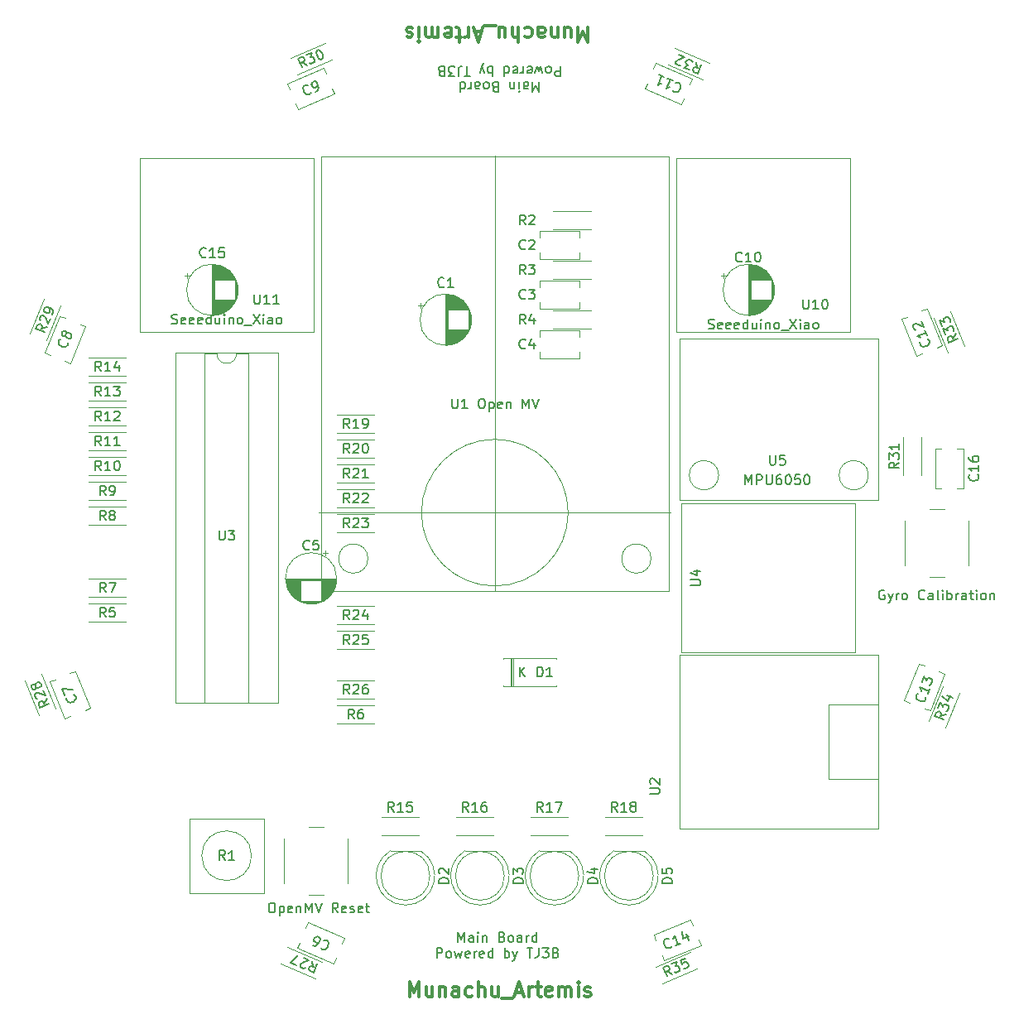
<source format=gbr>
G04 #@! TF.GenerationSoftware,KiCad,Pcbnew,(6.0.5)*
G04 #@! TF.CreationDate,2022-07-11T21:21:42+09:00*
G04 #@! TF.ProjectId,main board,6d61696e-2062-46f6-9172-642e6b696361,rev?*
G04 #@! TF.SameCoordinates,Original*
G04 #@! TF.FileFunction,Legend,Top*
G04 #@! TF.FilePolarity,Positive*
%FSLAX46Y46*%
G04 Gerber Fmt 4.6, Leading zero omitted, Abs format (unit mm)*
G04 Created by KiCad (PCBNEW (6.0.5)) date 2022-07-11 21:21:42*
%MOMM*%
%LPD*%
G01*
G04 APERTURE LIST*
%ADD10C,0.150000*%
%ADD11C,0.300000*%
%ADD12C,0.120000*%
G04 APERTURE END LIST*
D10*
X105623809Y-73250619D02*
X105623809Y-74250619D01*
X105290476Y-73536333D01*
X104957142Y-74250619D01*
X104957142Y-73250619D01*
X104052380Y-73250619D02*
X104052380Y-73774428D01*
X104100000Y-73869666D01*
X104195238Y-73917285D01*
X104385714Y-73917285D01*
X104480952Y-73869666D01*
X104052380Y-73298238D02*
X104147619Y-73250619D01*
X104385714Y-73250619D01*
X104480952Y-73298238D01*
X104528571Y-73393476D01*
X104528571Y-73488714D01*
X104480952Y-73583952D01*
X104385714Y-73631571D01*
X104147619Y-73631571D01*
X104052380Y-73679190D01*
X103576190Y-73250619D02*
X103576190Y-73917285D01*
X103576190Y-74250619D02*
X103623809Y-74203000D01*
X103576190Y-74155380D01*
X103528571Y-74203000D01*
X103576190Y-74250619D01*
X103576190Y-74155380D01*
X103100000Y-73917285D02*
X103100000Y-73250619D01*
X103100000Y-73822047D02*
X103052380Y-73869666D01*
X102957142Y-73917285D01*
X102814285Y-73917285D01*
X102719047Y-73869666D01*
X102671428Y-73774428D01*
X102671428Y-73250619D01*
X101100000Y-73774428D02*
X100957142Y-73726809D01*
X100909523Y-73679190D01*
X100861904Y-73583952D01*
X100861904Y-73441095D01*
X100909523Y-73345857D01*
X100957142Y-73298238D01*
X101052380Y-73250619D01*
X101433333Y-73250619D01*
X101433333Y-74250619D01*
X101100000Y-74250619D01*
X101004761Y-74203000D01*
X100957142Y-74155380D01*
X100909523Y-74060142D01*
X100909523Y-73964904D01*
X100957142Y-73869666D01*
X101004761Y-73822047D01*
X101100000Y-73774428D01*
X101433333Y-73774428D01*
X100290476Y-73250619D02*
X100385714Y-73298238D01*
X100433333Y-73345857D01*
X100480952Y-73441095D01*
X100480952Y-73726809D01*
X100433333Y-73822047D01*
X100385714Y-73869666D01*
X100290476Y-73917285D01*
X100147619Y-73917285D01*
X100052380Y-73869666D01*
X100004761Y-73822047D01*
X99957142Y-73726809D01*
X99957142Y-73441095D01*
X100004761Y-73345857D01*
X100052380Y-73298238D01*
X100147619Y-73250619D01*
X100290476Y-73250619D01*
X99100000Y-73250619D02*
X99100000Y-73774428D01*
X99147619Y-73869666D01*
X99242857Y-73917285D01*
X99433333Y-73917285D01*
X99528571Y-73869666D01*
X99100000Y-73298238D02*
X99195238Y-73250619D01*
X99433333Y-73250619D01*
X99528571Y-73298238D01*
X99576190Y-73393476D01*
X99576190Y-73488714D01*
X99528571Y-73583952D01*
X99433333Y-73631571D01*
X99195238Y-73631571D01*
X99100000Y-73679190D01*
X98623809Y-73250619D02*
X98623809Y-73917285D01*
X98623809Y-73726809D02*
X98576190Y-73822047D01*
X98528571Y-73869666D01*
X98433333Y-73917285D01*
X98338095Y-73917285D01*
X97576190Y-73250619D02*
X97576190Y-74250619D01*
X97576190Y-73298238D02*
X97671428Y-73250619D01*
X97861904Y-73250619D01*
X97957142Y-73298238D01*
X98004761Y-73345857D01*
X98052380Y-73441095D01*
X98052380Y-73726809D01*
X98004761Y-73822047D01*
X97957142Y-73869666D01*
X97861904Y-73917285D01*
X97671428Y-73917285D01*
X97576190Y-73869666D01*
X107790476Y-71640619D02*
X107790476Y-72640619D01*
X107409523Y-72640619D01*
X107314285Y-72593000D01*
X107266666Y-72545380D01*
X107219047Y-72450142D01*
X107219047Y-72307285D01*
X107266666Y-72212047D01*
X107314285Y-72164428D01*
X107409523Y-72116809D01*
X107790476Y-72116809D01*
X106647619Y-71640619D02*
X106742857Y-71688238D01*
X106790476Y-71735857D01*
X106838095Y-71831095D01*
X106838095Y-72116809D01*
X106790476Y-72212047D01*
X106742857Y-72259666D01*
X106647619Y-72307285D01*
X106504761Y-72307285D01*
X106409523Y-72259666D01*
X106361904Y-72212047D01*
X106314285Y-72116809D01*
X106314285Y-71831095D01*
X106361904Y-71735857D01*
X106409523Y-71688238D01*
X106504761Y-71640619D01*
X106647619Y-71640619D01*
X105980952Y-72307285D02*
X105790476Y-71640619D01*
X105600000Y-72116809D01*
X105409523Y-71640619D01*
X105219047Y-72307285D01*
X104457142Y-71688238D02*
X104552380Y-71640619D01*
X104742857Y-71640619D01*
X104838095Y-71688238D01*
X104885714Y-71783476D01*
X104885714Y-72164428D01*
X104838095Y-72259666D01*
X104742857Y-72307285D01*
X104552380Y-72307285D01*
X104457142Y-72259666D01*
X104409523Y-72164428D01*
X104409523Y-72069190D01*
X104885714Y-71973952D01*
X103980952Y-71640619D02*
X103980952Y-72307285D01*
X103980952Y-72116809D02*
X103933333Y-72212047D01*
X103885714Y-72259666D01*
X103790476Y-72307285D01*
X103695238Y-72307285D01*
X102980952Y-71688238D02*
X103076190Y-71640619D01*
X103266666Y-71640619D01*
X103361904Y-71688238D01*
X103409523Y-71783476D01*
X103409523Y-72164428D01*
X103361904Y-72259666D01*
X103266666Y-72307285D01*
X103076190Y-72307285D01*
X102980952Y-72259666D01*
X102933333Y-72164428D01*
X102933333Y-72069190D01*
X103409523Y-71973952D01*
X102076190Y-71640619D02*
X102076190Y-72640619D01*
X102076190Y-71688238D02*
X102171428Y-71640619D01*
X102361904Y-71640619D01*
X102457142Y-71688238D01*
X102504761Y-71735857D01*
X102552380Y-71831095D01*
X102552380Y-72116809D01*
X102504761Y-72212047D01*
X102457142Y-72259666D01*
X102361904Y-72307285D01*
X102171428Y-72307285D01*
X102076190Y-72259666D01*
X100838095Y-71640619D02*
X100838095Y-72640619D01*
X100838095Y-72259666D02*
X100742857Y-72307285D01*
X100552380Y-72307285D01*
X100457142Y-72259666D01*
X100409523Y-72212047D01*
X100361904Y-72116809D01*
X100361904Y-71831095D01*
X100409523Y-71735857D01*
X100457142Y-71688238D01*
X100552380Y-71640619D01*
X100742857Y-71640619D01*
X100838095Y-71688238D01*
X100028571Y-72307285D02*
X99790476Y-71640619D01*
X99552380Y-72307285D02*
X99790476Y-71640619D01*
X99885714Y-71402523D01*
X99933333Y-71354904D01*
X100028571Y-71307285D01*
X98552380Y-72640619D02*
X97980952Y-72640619D01*
X98266666Y-71640619D02*
X98266666Y-72640619D01*
X97361904Y-72640619D02*
X97361904Y-71926333D01*
X97409523Y-71783476D01*
X97504761Y-71688238D01*
X97647619Y-71640619D01*
X97742857Y-71640619D01*
X96980952Y-72640619D02*
X96361904Y-72640619D01*
X96695238Y-72259666D01*
X96552380Y-72259666D01*
X96457142Y-72212047D01*
X96409523Y-72164428D01*
X96361904Y-72069190D01*
X96361904Y-71831095D01*
X96409523Y-71735857D01*
X96457142Y-71688238D01*
X96552380Y-71640619D01*
X96838095Y-71640619D01*
X96933333Y-71688238D01*
X96980952Y-71735857D01*
X95600000Y-72164428D02*
X95457142Y-72116809D01*
X95409523Y-72069190D01*
X95361904Y-71973952D01*
X95361904Y-71831095D01*
X95409523Y-71735857D01*
X95457142Y-71688238D01*
X95552380Y-71640619D01*
X95933333Y-71640619D01*
X95933333Y-72640619D01*
X95600000Y-72640619D01*
X95504761Y-72593000D01*
X95457142Y-72545380D01*
X95409523Y-72450142D01*
X95409523Y-72354904D01*
X95457142Y-72259666D01*
X95504761Y-72212047D01*
X95600000Y-72164428D01*
X95933333Y-72164428D01*
D11*
X110596000Y-67647428D02*
X110596000Y-69147428D01*
X110096000Y-68076000D01*
X109596000Y-69147428D01*
X109596000Y-67647428D01*
X108238857Y-68647428D02*
X108238857Y-67647428D01*
X108881714Y-68647428D02*
X108881714Y-67861714D01*
X108810285Y-67718857D01*
X108667428Y-67647428D01*
X108453142Y-67647428D01*
X108310285Y-67718857D01*
X108238857Y-67790285D01*
X107524571Y-68647428D02*
X107524571Y-67647428D01*
X107524571Y-68504571D02*
X107453142Y-68576000D01*
X107310285Y-68647428D01*
X107096000Y-68647428D01*
X106953142Y-68576000D01*
X106881714Y-68433142D01*
X106881714Y-67647428D01*
X105524571Y-67647428D02*
X105524571Y-68433142D01*
X105596000Y-68576000D01*
X105738857Y-68647428D01*
X106024571Y-68647428D01*
X106167428Y-68576000D01*
X105524571Y-67718857D02*
X105667428Y-67647428D01*
X106024571Y-67647428D01*
X106167428Y-67718857D01*
X106238857Y-67861714D01*
X106238857Y-68004571D01*
X106167428Y-68147428D01*
X106024571Y-68218857D01*
X105667428Y-68218857D01*
X105524571Y-68290285D01*
X104167428Y-67718857D02*
X104310285Y-67647428D01*
X104596000Y-67647428D01*
X104738857Y-67718857D01*
X104810285Y-67790285D01*
X104881714Y-67933142D01*
X104881714Y-68361714D01*
X104810285Y-68504571D01*
X104738857Y-68576000D01*
X104596000Y-68647428D01*
X104310285Y-68647428D01*
X104167428Y-68576000D01*
X103524571Y-67647428D02*
X103524571Y-69147428D01*
X102881714Y-67647428D02*
X102881714Y-68433142D01*
X102953142Y-68576000D01*
X103096000Y-68647428D01*
X103310285Y-68647428D01*
X103453142Y-68576000D01*
X103524571Y-68504571D01*
X101524571Y-68647428D02*
X101524571Y-67647428D01*
X102167428Y-68647428D02*
X102167428Y-67861714D01*
X102096000Y-67718857D01*
X101953142Y-67647428D01*
X101738857Y-67647428D01*
X101596000Y-67718857D01*
X101524571Y-67790285D01*
X101167428Y-67504571D02*
X100024571Y-67504571D01*
X99738857Y-68076000D02*
X99024571Y-68076000D01*
X99881714Y-67647428D02*
X99381714Y-69147428D01*
X98881714Y-67647428D01*
X98381714Y-67647428D02*
X98381714Y-68647428D01*
X98381714Y-68361714D02*
X98310285Y-68504571D01*
X98238857Y-68576000D01*
X98096000Y-68647428D01*
X97953142Y-68647428D01*
X97667428Y-68647428D02*
X97096000Y-68647428D01*
X97453142Y-69147428D02*
X97453142Y-67861714D01*
X97381714Y-67718857D01*
X97238857Y-67647428D01*
X97096000Y-67647428D01*
X96024571Y-67718857D02*
X96167428Y-67647428D01*
X96453142Y-67647428D01*
X96596000Y-67718857D01*
X96667428Y-67861714D01*
X96667428Y-68433142D01*
X96596000Y-68576000D01*
X96453142Y-68647428D01*
X96167428Y-68647428D01*
X96024571Y-68576000D01*
X95953142Y-68433142D01*
X95953142Y-68290285D01*
X96667428Y-68147428D01*
X95310285Y-67647428D02*
X95310285Y-68647428D01*
X95310285Y-68504571D02*
X95238857Y-68576000D01*
X95096000Y-68647428D01*
X94881714Y-68647428D01*
X94738857Y-68576000D01*
X94667428Y-68433142D01*
X94667428Y-67647428D01*
X94667428Y-68433142D02*
X94596000Y-68576000D01*
X94453142Y-68647428D01*
X94238857Y-68647428D01*
X94096000Y-68576000D01*
X94024571Y-68433142D01*
X94024571Y-67647428D01*
X93310285Y-67647428D02*
X93310285Y-68647428D01*
X93310285Y-69147428D02*
X93381714Y-69076000D01*
X93310285Y-69004571D01*
X93238857Y-69076000D01*
X93310285Y-69147428D01*
X93310285Y-69004571D01*
X92667428Y-67718857D02*
X92524571Y-67647428D01*
X92238857Y-67647428D01*
X92096000Y-67718857D01*
X92024571Y-67861714D01*
X92024571Y-67933142D01*
X92096000Y-68076000D01*
X92238857Y-68147428D01*
X92453142Y-68147428D01*
X92596000Y-68218857D01*
X92667428Y-68361714D01*
X92667428Y-68433142D01*
X92596000Y-68576000D01*
X92453142Y-68647428D01*
X92238857Y-68647428D01*
X92096000Y-68576000D01*
X92349999Y-166794571D02*
X92349999Y-165294571D01*
X92849999Y-166366000D01*
X93349999Y-165294571D01*
X93349999Y-166794571D01*
X94707142Y-165794571D02*
X94707142Y-166794571D01*
X94064285Y-165794571D02*
X94064285Y-166580285D01*
X94135714Y-166723142D01*
X94278571Y-166794571D01*
X94492857Y-166794571D01*
X94635714Y-166723142D01*
X94707142Y-166651714D01*
X95421428Y-165794571D02*
X95421428Y-166794571D01*
X95421428Y-165937428D02*
X95492857Y-165866000D01*
X95635714Y-165794571D01*
X95849999Y-165794571D01*
X95992857Y-165866000D01*
X96064285Y-166008857D01*
X96064285Y-166794571D01*
X97421428Y-166794571D02*
X97421428Y-166008857D01*
X97349999Y-165866000D01*
X97207142Y-165794571D01*
X96921428Y-165794571D01*
X96778571Y-165866000D01*
X97421428Y-166723142D02*
X97278571Y-166794571D01*
X96921428Y-166794571D01*
X96778571Y-166723142D01*
X96707142Y-166580285D01*
X96707142Y-166437428D01*
X96778571Y-166294571D01*
X96921428Y-166223142D01*
X97278571Y-166223142D01*
X97421428Y-166151714D01*
X98778571Y-166723142D02*
X98635714Y-166794571D01*
X98349999Y-166794571D01*
X98207142Y-166723142D01*
X98135714Y-166651714D01*
X98064285Y-166508857D01*
X98064285Y-166080285D01*
X98135714Y-165937428D01*
X98207142Y-165866000D01*
X98349999Y-165794571D01*
X98635714Y-165794571D01*
X98778571Y-165866000D01*
X99421428Y-166794571D02*
X99421428Y-165294571D01*
X100064285Y-166794571D02*
X100064285Y-166008857D01*
X99992857Y-165866000D01*
X99849999Y-165794571D01*
X99635714Y-165794571D01*
X99492857Y-165866000D01*
X99421428Y-165937428D01*
X101421428Y-165794571D02*
X101421428Y-166794571D01*
X100778571Y-165794571D02*
X100778571Y-166580285D01*
X100849999Y-166723142D01*
X100992857Y-166794571D01*
X101207142Y-166794571D01*
X101349999Y-166723142D01*
X101421428Y-166651714D01*
X101778571Y-166937428D02*
X102921428Y-166937428D01*
X103207142Y-166366000D02*
X103921428Y-166366000D01*
X103064285Y-166794571D02*
X103564285Y-165294571D01*
X104064285Y-166794571D01*
X104564285Y-166794571D02*
X104564285Y-165794571D01*
X104564285Y-166080285D02*
X104635714Y-165937428D01*
X104707142Y-165866000D01*
X104849999Y-165794571D01*
X104992857Y-165794571D01*
X105278571Y-165794571D02*
X105849999Y-165794571D01*
X105492857Y-165294571D02*
X105492857Y-166580285D01*
X105564285Y-166723142D01*
X105707142Y-166794571D01*
X105849999Y-166794571D01*
X106921428Y-166723142D02*
X106778571Y-166794571D01*
X106492857Y-166794571D01*
X106349999Y-166723142D01*
X106278571Y-166580285D01*
X106278571Y-166008857D01*
X106349999Y-165866000D01*
X106492857Y-165794571D01*
X106778571Y-165794571D01*
X106921428Y-165866000D01*
X106992857Y-166008857D01*
X106992857Y-166151714D01*
X106278571Y-166294571D01*
X107635714Y-166794571D02*
X107635714Y-165794571D01*
X107635714Y-165937428D02*
X107707142Y-165866000D01*
X107849999Y-165794571D01*
X108064285Y-165794571D01*
X108207142Y-165866000D01*
X108278571Y-166008857D01*
X108278571Y-166794571D01*
X108278571Y-166008857D02*
X108349999Y-165866000D01*
X108492857Y-165794571D01*
X108707142Y-165794571D01*
X108849999Y-165866000D01*
X108921428Y-166008857D01*
X108921428Y-166794571D01*
X109635714Y-166794571D02*
X109635714Y-165794571D01*
X109635714Y-165294571D02*
X109564285Y-165366000D01*
X109635714Y-165437428D01*
X109707142Y-165366000D01*
X109635714Y-165294571D01*
X109635714Y-165437428D01*
X110278571Y-166723142D02*
X110421428Y-166794571D01*
X110707142Y-166794571D01*
X110849999Y-166723142D01*
X110921428Y-166580285D01*
X110921428Y-166508857D01*
X110849999Y-166366000D01*
X110707142Y-166294571D01*
X110492857Y-166294571D01*
X110349999Y-166223142D01*
X110278571Y-166080285D01*
X110278571Y-166008857D01*
X110349999Y-165866000D01*
X110492857Y-165794571D01*
X110707142Y-165794571D01*
X110849999Y-165866000D01*
D10*
X97322190Y-161191380D02*
X97322190Y-160191380D01*
X97655523Y-160905666D01*
X97988857Y-160191380D01*
X97988857Y-161191380D01*
X98893619Y-161191380D02*
X98893619Y-160667571D01*
X98846000Y-160572333D01*
X98750761Y-160524714D01*
X98560285Y-160524714D01*
X98465047Y-160572333D01*
X98893619Y-161143761D02*
X98798380Y-161191380D01*
X98560285Y-161191380D01*
X98465047Y-161143761D01*
X98417428Y-161048523D01*
X98417428Y-160953285D01*
X98465047Y-160858047D01*
X98560285Y-160810428D01*
X98798380Y-160810428D01*
X98893619Y-160762809D01*
X99369809Y-161191380D02*
X99369809Y-160524714D01*
X99369809Y-160191380D02*
X99322190Y-160239000D01*
X99369809Y-160286619D01*
X99417428Y-160239000D01*
X99369809Y-160191380D01*
X99369809Y-160286619D01*
X99846000Y-160524714D02*
X99846000Y-161191380D01*
X99846000Y-160619952D02*
X99893619Y-160572333D01*
X99988857Y-160524714D01*
X100131714Y-160524714D01*
X100226952Y-160572333D01*
X100274571Y-160667571D01*
X100274571Y-161191380D01*
X101846000Y-160667571D02*
X101988857Y-160715190D01*
X102036476Y-160762809D01*
X102084095Y-160858047D01*
X102084095Y-161000904D01*
X102036476Y-161096142D01*
X101988857Y-161143761D01*
X101893619Y-161191380D01*
X101512666Y-161191380D01*
X101512666Y-160191380D01*
X101846000Y-160191380D01*
X101941238Y-160239000D01*
X101988857Y-160286619D01*
X102036476Y-160381857D01*
X102036476Y-160477095D01*
X101988857Y-160572333D01*
X101941238Y-160619952D01*
X101846000Y-160667571D01*
X101512666Y-160667571D01*
X102655523Y-161191380D02*
X102560285Y-161143761D01*
X102512666Y-161096142D01*
X102465047Y-161000904D01*
X102465047Y-160715190D01*
X102512666Y-160619952D01*
X102560285Y-160572333D01*
X102655523Y-160524714D01*
X102798380Y-160524714D01*
X102893619Y-160572333D01*
X102941238Y-160619952D01*
X102988857Y-160715190D01*
X102988857Y-161000904D01*
X102941238Y-161096142D01*
X102893619Y-161143761D01*
X102798380Y-161191380D01*
X102655523Y-161191380D01*
X103846000Y-161191380D02*
X103846000Y-160667571D01*
X103798380Y-160572333D01*
X103703142Y-160524714D01*
X103512666Y-160524714D01*
X103417428Y-160572333D01*
X103846000Y-161143761D02*
X103750761Y-161191380D01*
X103512666Y-161191380D01*
X103417428Y-161143761D01*
X103369809Y-161048523D01*
X103369809Y-160953285D01*
X103417428Y-160858047D01*
X103512666Y-160810428D01*
X103750761Y-160810428D01*
X103846000Y-160762809D01*
X104322190Y-161191380D02*
X104322190Y-160524714D01*
X104322190Y-160715190D02*
X104369809Y-160619952D01*
X104417428Y-160572333D01*
X104512666Y-160524714D01*
X104607904Y-160524714D01*
X105369809Y-161191380D02*
X105369809Y-160191380D01*
X105369809Y-161143761D02*
X105274571Y-161191380D01*
X105084095Y-161191380D01*
X104988857Y-161143761D01*
X104941238Y-161096142D01*
X104893619Y-161000904D01*
X104893619Y-160715190D01*
X104941238Y-160619952D01*
X104988857Y-160572333D01*
X105084095Y-160524714D01*
X105274571Y-160524714D01*
X105369809Y-160572333D01*
X95155523Y-162801380D02*
X95155523Y-161801380D01*
X95536476Y-161801380D01*
X95631714Y-161849000D01*
X95679333Y-161896619D01*
X95726952Y-161991857D01*
X95726952Y-162134714D01*
X95679333Y-162229952D01*
X95631714Y-162277571D01*
X95536476Y-162325190D01*
X95155523Y-162325190D01*
X96298380Y-162801380D02*
X96203142Y-162753761D01*
X96155523Y-162706142D01*
X96107904Y-162610904D01*
X96107904Y-162325190D01*
X96155523Y-162229952D01*
X96203142Y-162182333D01*
X96298380Y-162134714D01*
X96441238Y-162134714D01*
X96536476Y-162182333D01*
X96584095Y-162229952D01*
X96631714Y-162325190D01*
X96631714Y-162610904D01*
X96584095Y-162706142D01*
X96536476Y-162753761D01*
X96441238Y-162801380D01*
X96298380Y-162801380D01*
X96965047Y-162134714D02*
X97155523Y-162801380D01*
X97346000Y-162325190D01*
X97536476Y-162801380D01*
X97726952Y-162134714D01*
X98488857Y-162753761D02*
X98393619Y-162801380D01*
X98203142Y-162801380D01*
X98107904Y-162753761D01*
X98060285Y-162658523D01*
X98060285Y-162277571D01*
X98107904Y-162182333D01*
X98203142Y-162134714D01*
X98393619Y-162134714D01*
X98488857Y-162182333D01*
X98536476Y-162277571D01*
X98536476Y-162372809D01*
X98060285Y-162468047D01*
X98965047Y-162801380D02*
X98965047Y-162134714D01*
X98965047Y-162325190D02*
X99012666Y-162229952D01*
X99060285Y-162182333D01*
X99155523Y-162134714D01*
X99250761Y-162134714D01*
X99965047Y-162753761D02*
X99869809Y-162801380D01*
X99679333Y-162801380D01*
X99584095Y-162753761D01*
X99536476Y-162658523D01*
X99536476Y-162277571D01*
X99584095Y-162182333D01*
X99679333Y-162134714D01*
X99869809Y-162134714D01*
X99965047Y-162182333D01*
X100012666Y-162277571D01*
X100012666Y-162372809D01*
X99536476Y-162468047D01*
X100869809Y-162801380D02*
X100869809Y-161801380D01*
X100869809Y-162753761D02*
X100774571Y-162801380D01*
X100584095Y-162801380D01*
X100488857Y-162753761D01*
X100441238Y-162706142D01*
X100393619Y-162610904D01*
X100393619Y-162325190D01*
X100441238Y-162229952D01*
X100488857Y-162182333D01*
X100584095Y-162134714D01*
X100774571Y-162134714D01*
X100869809Y-162182333D01*
X102107904Y-162801380D02*
X102107904Y-161801380D01*
X102107904Y-162182333D02*
X102203142Y-162134714D01*
X102393619Y-162134714D01*
X102488857Y-162182333D01*
X102536476Y-162229952D01*
X102584095Y-162325190D01*
X102584095Y-162610904D01*
X102536476Y-162706142D01*
X102488857Y-162753761D01*
X102393619Y-162801380D01*
X102203142Y-162801380D01*
X102107904Y-162753761D01*
X102917428Y-162134714D02*
X103155523Y-162801380D01*
X103393619Y-162134714D02*
X103155523Y-162801380D01*
X103060285Y-163039476D01*
X103012666Y-163087095D01*
X102917428Y-163134714D01*
X104393619Y-161801380D02*
X104965047Y-161801380D01*
X104679333Y-162801380D02*
X104679333Y-161801380D01*
X105584095Y-161801380D02*
X105584095Y-162515666D01*
X105536476Y-162658523D01*
X105441238Y-162753761D01*
X105298380Y-162801380D01*
X105203142Y-162801380D01*
X105965047Y-161801380D02*
X106584095Y-161801380D01*
X106250761Y-162182333D01*
X106393619Y-162182333D01*
X106488857Y-162229952D01*
X106536476Y-162277571D01*
X106584095Y-162372809D01*
X106584095Y-162610904D01*
X106536476Y-162706142D01*
X106488857Y-162753761D01*
X106393619Y-162801380D01*
X106107904Y-162801380D01*
X106012666Y-162753761D01*
X105965047Y-162706142D01*
X107346000Y-162277571D02*
X107488857Y-162325190D01*
X107536476Y-162372809D01*
X107584095Y-162468047D01*
X107584095Y-162610904D01*
X107536476Y-162706142D01*
X107488857Y-162753761D01*
X107393619Y-162801380D01*
X107012666Y-162801380D01*
X107012666Y-161801380D01*
X107346000Y-161801380D01*
X107441238Y-161849000D01*
X107488857Y-161896619D01*
X107536476Y-161991857D01*
X107536476Y-162087095D01*
X107488857Y-162182333D01*
X107441238Y-162229952D01*
X107346000Y-162277571D01*
X107012666Y-162277571D01*
X142438380Y-112148857D02*
X141962190Y-112482190D01*
X142438380Y-112720285D02*
X141438380Y-112720285D01*
X141438380Y-112339333D01*
X141486000Y-112244095D01*
X141533619Y-112196476D01*
X141628857Y-112148857D01*
X141771714Y-112148857D01*
X141866952Y-112196476D01*
X141914571Y-112244095D01*
X141962190Y-112339333D01*
X141962190Y-112720285D01*
X141438380Y-111815523D02*
X141438380Y-111196476D01*
X141819333Y-111529809D01*
X141819333Y-111386952D01*
X141866952Y-111291714D01*
X141914571Y-111244095D01*
X142009809Y-111196476D01*
X142247904Y-111196476D01*
X142343142Y-111244095D01*
X142390761Y-111291714D01*
X142438380Y-111386952D01*
X142438380Y-111672666D01*
X142390761Y-111767904D01*
X142343142Y-111815523D01*
X142438380Y-110244095D02*
X142438380Y-110815523D01*
X142438380Y-110529809D02*
X141438380Y-110529809D01*
X141581238Y-110625047D01*
X141676476Y-110720285D01*
X141724095Y-110815523D01*
X104227333Y-90273142D02*
X104179714Y-90320761D01*
X104036857Y-90368380D01*
X103941619Y-90368380D01*
X103798761Y-90320761D01*
X103703523Y-90225523D01*
X103655904Y-90130285D01*
X103608285Y-89939809D01*
X103608285Y-89796952D01*
X103655904Y-89606476D01*
X103703523Y-89511238D01*
X103798761Y-89416000D01*
X103941619Y-89368380D01*
X104036857Y-89368380D01*
X104179714Y-89416000D01*
X104227333Y-89463619D01*
X104608285Y-89463619D02*
X104655904Y-89416000D01*
X104751142Y-89368380D01*
X104989238Y-89368380D01*
X105084476Y-89416000D01*
X105132095Y-89463619D01*
X105179714Y-89558857D01*
X105179714Y-89654095D01*
X105132095Y-89796952D01*
X104560666Y-90368380D01*
X105179714Y-90368380D01*
X82399109Y-163150064D02*
X82524838Y-163717568D01*
X82927040Y-163368740D02*
X82544356Y-164292620D01*
X82192402Y-164146835D01*
X82122637Y-164066395D01*
X82096866Y-164004178D01*
X82089317Y-163897966D01*
X82143986Y-163765983D01*
X82224427Y-163696218D01*
X82286644Y-163670447D01*
X82392856Y-163662898D01*
X82744810Y-163808683D01*
X81700917Y-163840171D02*
X81638700Y-163865942D01*
X81532488Y-163873490D01*
X81312517Y-163782375D01*
X81242752Y-163701935D01*
X81216980Y-163639717D01*
X81209432Y-163533506D01*
X81245878Y-163445517D01*
X81344541Y-163331758D01*
X82091149Y-163022503D01*
X81519223Y-162785603D01*
X80828580Y-163581922D02*
X80212661Y-163326799D01*
X80991292Y-162566927D01*
X140946857Y-125230000D02*
X140851619Y-125182380D01*
X140708761Y-125182380D01*
X140565904Y-125230000D01*
X140470666Y-125325238D01*
X140423047Y-125420476D01*
X140375428Y-125610952D01*
X140375428Y-125753809D01*
X140423047Y-125944285D01*
X140470666Y-126039523D01*
X140565904Y-126134761D01*
X140708761Y-126182380D01*
X140804000Y-126182380D01*
X140946857Y-126134761D01*
X140994476Y-126087142D01*
X140994476Y-125753809D01*
X140804000Y-125753809D01*
X141327809Y-125515714D02*
X141565904Y-126182380D01*
X141804000Y-125515714D02*
X141565904Y-126182380D01*
X141470666Y-126420476D01*
X141423047Y-126468095D01*
X141327809Y-126515714D01*
X142184952Y-126182380D02*
X142184952Y-125515714D01*
X142184952Y-125706190D02*
X142232571Y-125610952D01*
X142280190Y-125563333D01*
X142375428Y-125515714D01*
X142470666Y-125515714D01*
X142946857Y-126182380D02*
X142851619Y-126134761D01*
X142804000Y-126087142D01*
X142756380Y-125991904D01*
X142756380Y-125706190D01*
X142804000Y-125610952D01*
X142851619Y-125563333D01*
X142946857Y-125515714D01*
X143089714Y-125515714D01*
X143184952Y-125563333D01*
X143232571Y-125610952D01*
X143280190Y-125706190D01*
X143280190Y-125991904D01*
X143232571Y-126087142D01*
X143184952Y-126134761D01*
X143089714Y-126182380D01*
X142946857Y-126182380D01*
X145042095Y-126087142D02*
X144994476Y-126134761D01*
X144851619Y-126182380D01*
X144756380Y-126182380D01*
X144613523Y-126134761D01*
X144518285Y-126039523D01*
X144470666Y-125944285D01*
X144423047Y-125753809D01*
X144423047Y-125610952D01*
X144470666Y-125420476D01*
X144518285Y-125325238D01*
X144613523Y-125230000D01*
X144756380Y-125182380D01*
X144851619Y-125182380D01*
X144994476Y-125230000D01*
X145042095Y-125277619D01*
X145899238Y-126182380D02*
X145899238Y-125658571D01*
X145851619Y-125563333D01*
X145756380Y-125515714D01*
X145565904Y-125515714D01*
X145470666Y-125563333D01*
X145899238Y-126134761D02*
X145804000Y-126182380D01*
X145565904Y-126182380D01*
X145470666Y-126134761D01*
X145423047Y-126039523D01*
X145423047Y-125944285D01*
X145470666Y-125849047D01*
X145565904Y-125801428D01*
X145804000Y-125801428D01*
X145899238Y-125753809D01*
X146518285Y-126182380D02*
X146423047Y-126134761D01*
X146375428Y-126039523D01*
X146375428Y-125182380D01*
X146899238Y-126182380D02*
X146899238Y-125515714D01*
X146899238Y-125182380D02*
X146851619Y-125230000D01*
X146899238Y-125277619D01*
X146946857Y-125230000D01*
X146899238Y-125182380D01*
X146899238Y-125277619D01*
X147375428Y-126182380D02*
X147375428Y-125182380D01*
X147375428Y-125563333D02*
X147470666Y-125515714D01*
X147661142Y-125515714D01*
X147756380Y-125563333D01*
X147804000Y-125610952D01*
X147851619Y-125706190D01*
X147851619Y-125991904D01*
X147804000Y-126087142D01*
X147756380Y-126134761D01*
X147661142Y-126182380D01*
X147470666Y-126182380D01*
X147375428Y-126134761D01*
X148280190Y-126182380D02*
X148280190Y-125515714D01*
X148280190Y-125706190D02*
X148327809Y-125610952D01*
X148375428Y-125563333D01*
X148470666Y-125515714D01*
X148565904Y-125515714D01*
X149327809Y-126182380D02*
X149327809Y-125658571D01*
X149280190Y-125563333D01*
X149184952Y-125515714D01*
X148994476Y-125515714D01*
X148899238Y-125563333D01*
X149327809Y-126134761D02*
X149232571Y-126182380D01*
X148994476Y-126182380D01*
X148899238Y-126134761D01*
X148851619Y-126039523D01*
X148851619Y-125944285D01*
X148899238Y-125849047D01*
X148994476Y-125801428D01*
X149232571Y-125801428D01*
X149327809Y-125753809D01*
X149661142Y-125515714D02*
X150042095Y-125515714D01*
X149804000Y-125182380D02*
X149804000Y-126039523D01*
X149851619Y-126134761D01*
X149946857Y-126182380D01*
X150042095Y-126182380D01*
X150375428Y-126182380D02*
X150375428Y-125515714D01*
X150375428Y-125182380D02*
X150327809Y-125230000D01*
X150375428Y-125277619D01*
X150423047Y-125230000D01*
X150375428Y-125182380D01*
X150375428Y-125277619D01*
X150994476Y-126182380D02*
X150899238Y-126134761D01*
X150851619Y-126087142D01*
X150804000Y-125991904D01*
X150804000Y-125706190D01*
X150851619Y-125610952D01*
X150899238Y-125563333D01*
X150994476Y-125515714D01*
X151137333Y-125515714D01*
X151232571Y-125563333D01*
X151280190Y-125610952D01*
X151327809Y-125706190D01*
X151327809Y-125991904D01*
X151280190Y-126087142D01*
X151232571Y-126134761D01*
X151137333Y-126182380D01*
X150994476Y-126182380D01*
X151756380Y-125515714D02*
X151756380Y-126182380D01*
X151756380Y-125610952D02*
X151804000Y-125563333D01*
X151899238Y-125515714D01*
X152042095Y-125515714D01*
X152137333Y-125563333D01*
X152184952Y-125658571D01*
X152184952Y-126182380D01*
X119213196Y-164493956D02*
X118723006Y-164181574D01*
X118685264Y-164712632D02*
X118302581Y-163788752D01*
X118654535Y-163642968D01*
X118760747Y-163650517D01*
X118822964Y-163676288D01*
X118903404Y-163746053D01*
X118958073Y-163878036D01*
X118950525Y-163984248D01*
X118924754Y-164046465D01*
X118854988Y-164126905D01*
X118503034Y-164272689D01*
X119138472Y-163442515D02*
X119710397Y-163205616D01*
X119548222Y-163685131D01*
X119680205Y-163630462D01*
X119786416Y-163638010D01*
X119848633Y-163663781D01*
X119929074Y-163733547D01*
X120020189Y-163953518D01*
X120012641Y-164059730D01*
X119986869Y-164121947D01*
X119917104Y-164202387D01*
X119653138Y-164311726D01*
X119546927Y-164304177D01*
X119484709Y-164278406D01*
X120546288Y-162859378D02*
X120106346Y-163041609D01*
X120244582Y-163499774D01*
X120270353Y-163437557D01*
X120340119Y-163357117D01*
X120560090Y-163266002D01*
X120666301Y-163273550D01*
X120728519Y-163299321D01*
X120808959Y-163369087D01*
X120900074Y-163589058D01*
X120892526Y-163695269D01*
X120866755Y-163757487D01*
X120796989Y-163837927D01*
X120577018Y-163929042D01*
X120470806Y-163921494D01*
X120408589Y-163895723D01*
X83602652Y-161023823D02*
X83664869Y-160998052D01*
X83815075Y-161008727D01*
X83903064Y-161045173D01*
X84016823Y-161143836D01*
X84068366Y-161268271D01*
X84075914Y-161374482D01*
X84047016Y-161568682D01*
X83992347Y-161700665D01*
X83875461Y-161858419D01*
X83795021Y-161928185D01*
X83670586Y-161979727D01*
X83520380Y-161969052D01*
X83432392Y-161932606D01*
X83318632Y-161833943D01*
X83292861Y-161771726D01*
X82464518Y-161531700D02*
X82640495Y-161604592D01*
X82746707Y-161597044D01*
X82808924Y-161571272D01*
X82951581Y-161475736D01*
X83068468Y-161317982D01*
X83214252Y-160966027D01*
X83206704Y-160859816D01*
X83180932Y-160797599D01*
X83111167Y-160717158D01*
X82935190Y-160644266D01*
X82828978Y-160651814D01*
X82766761Y-160677586D01*
X82686321Y-160747351D01*
X82595206Y-160967323D01*
X82602754Y-161073534D01*
X82628525Y-161135751D01*
X82698291Y-161216192D01*
X82874268Y-161289084D01*
X82980479Y-161281536D01*
X83042697Y-161255764D01*
X83123137Y-161185999D01*
X104227333Y-97988380D02*
X103894000Y-97512190D01*
X103655904Y-97988380D02*
X103655904Y-96988380D01*
X104036857Y-96988380D01*
X104132095Y-97036000D01*
X104179714Y-97083619D01*
X104227333Y-97178857D01*
X104227333Y-97321714D01*
X104179714Y-97416952D01*
X104132095Y-97464571D01*
X104036857Y-97512190D01*
X103655904Y-97512190D01*
X105084476Y-97321714D02*
X105084476Y-97988380D01*
X104846380Y-96940761D02*
X104608285Y-97655047D01*
X105227333Y-97655047D01*
X104227333Y-87828380D02*
X103894000Y-87352190D01*
X103655904Y-87828380D02*
X103655904Y-86828380D01*
X104036857Y-86828380D01*
X104132095Y-86876000D01*
X104179714Y-86923619D01*
X104227333Y-87018857D01*
X104227333Y-87161714D01*
X104179714Y-87256952D01*
X104132095Y-87304571D01*
X104036857Y-87352190D01*
X103655904Y-87352190D01*
X104608285Y-86923619D02*
X104655904Y-86876000D01*
X104751142Y-86828380D01*
X104989238Y-86828380D01*
X105084476Y-86876000D01*
X105132095Y-86923619D01*
X105179714Y-87018857D01*
X105179714Y-87114095D01*
X105132095Y-87256952D01*
X104560666Y-87828380D01*
X105179714Y-87828380D01*
X103980380Y-155165095D02*
X102980380Y-155165095D01*
X102980380Y-154927000D01*
X103028000Y-154784142D01*
X103123238Y-154688904D01*
X103218476Y-154641285D01*
X103408952Y-154593666D01*
X103551809Y-154593666D01*
X103742285Y-154641285D01*
X103837523Y-154688904D01*
X103932761Y-154784142D01*
X103980380Y-154927000D01*
X103980380Y-155165095D01*
X102980380Y-154260333D02*
X102980380Y-153641285D01*
X103361333Y-153974619D01*
X103361333Y-153831761D01*
X103408952Y-153736523D01*
X103456571Y-153688904D01*
X103551809Y-153641285D01*
X103789904Y-153641285D01*
X103885142Y-153688904D01*
X103932761Y-153736523D01*
X103980380Y-153831761D01*
X103980380Y-154117476D01*
X103932761Y-154212714D01*
X103885142Y-154260333D01*
X86225142Y-116276380D02*
X85891809Y-115800190D01*
X85653714Y-116276380D02*
X85653714Y-115276380D01*
X86034666Y-115276380D01*
X86129904Y-115324000D01*
X86177523Y-115371619D01*
X86225142Y-115466857D01*
X86225142Y-115609714D01*
X86177523Y-115704952D01*
X86129904Y-115752571D01*
X86034666Y-115800190D01*
X85653714Y-115800190D01*
X86606095Y-115371619D02*
X86653714Y-115324000D01*
X86748952Y-115276380D01*
X86987047Y-115276380D01*
X87082285Y-115324000D01*
X87129904Y-115371619D01*
X87177523Y-115466857D01*
X87177523Y-115562095D01*
X87129904Y-115704952D01*
X86558476Y-116276380D01*
X87177523Y-116276380D01*
X87558476Y-115371619D02*
X87606095Y-115324000D01*
X87701333Y-115276380D01*
X87939428Y-115276380D01*
X88034666Y-115324000D01*
X88082285Y-115371619D01*
X88129904Y-115466857D01*
X88129904Y-115562095D01*
X88082285Y-115704952D01*
X87510857Y-116276380D01*
X88129904Y-116276380D01*
X119220380Y-155165095D02*
X118220380Y-155165095D01*
X118220380Y-154927000D01*
X118268000Y-154784142D01*
X118363238Y-154688904D01*
X118458476Y-154641285D01*
X118648952Y-154593666D01*
X118791809Y-154593666D01*
X118982285Y-154641285D01*
X119077523Y-154688904D01*
X119172761Y-154784142D01*
X119220380Y-154927000D01*
X119220380Y-155165095D01*
X118220380Y-153688904D02*
X118220380Y-154165095D01*
X118696571Y-154212714D01*
X118648952Y-154165095D01*
X118601333Y-154069857D01*
X118601333Y-153831761D01*
X118648952Y-153736523D01*
X118696571Y-153688904D01*
X118791809Y-153641285D01*
X119029904Y-153641285D01*
X119125142Y-153688904D01*
X119172761Y-153736523D01*
X119220380Y-153831761D01*
X119220380Y-154069857D01*
X119172761Y-154165095D01*
X119125142Y-154212714D01*
X72898095Y-119086380D02*
X72898095Y-119895904D01*
X72945714Y-119991142D01*
X72993333Y-120038761D01*
X73088571Y-120086380D01*
X73279047Y-120086380D01*
X73374285Y-120038761D01*
X73421904Y-119991142D01*
X73469523Y-119895904D01*
X73469523Y-119086380D01*
X73850476Y-119086380D02*
X74469523Y-119086380D01*
X74136190Y-119467333D01*
X74279047Y-119467333D01*
X74374285Y-119514952D01*
X74421904Y-119562571D01*
X74469523Y-119657809D01*
X74469523Y-119895904D01*
X74421904Y-119991142D01*
X74374285Y-120038761D01*
X74279047Y-120086380D01*
X73993333Y-120086380D01*
X73898095Y-120038761D01*
X73850476Y-119991142D01*
X121671041Y-71202065D02*
X121796770Y-71769569D01*
X122198972Y-71420741D02*
X121816288Y-72344621D01*
X121464334Y-72198836D01*
X121394569Y-72118396D01*
X121368798Y-72056179D01*
X121361249Y-71949967D01*
X121415918Y-71817984D01*
X121496359Y-71748219D01*
X121558576Y-71722448D01*
X121664788Y-71714899D01*
X122016742Y-71860684D01*
X120980397Y-71998383D02*
X120408472Y-71761484D01*
X120862216Y-71537091D01*
X120730233Y-71482422D01*
X120660468Y-71401982D01*
X120634697Y-71339764D01*
X120627148Y-71233553D01*
X120718263Y-71013581D01*
X120798704Y-70943816D01*
X120860921Y-70918045D01*
X120967133Y-70910496D01*
X121231098Y-71019835D01*
X121300864Y-71100275D01*
X121326635Y-71162492D01*
X120092964Y-71527711D02*
X120030747Y-71553482D01*
X119924535Y-71561031D01*
X119704564Y-71469916D01*
X119634798Y-71389475D01*
X119609027Y-71327258D01*
X119601479Y-71221046D01*
X119637925Y-71133058D01*
X119736588Y-71019298D01*
X120483196Y-70710043D01*
X119911270Y-70473144D01*
X60825142Y-110434380D02*
X60491809Y-109958190D01*
X60253714Y-110434380D02*
X60253714Y-109434380D01*
X60634666Y-109434380D01*
X60729904Y-109482000D01*
X60777523Y-109529619D01*
X60825142Y-109624857D01*
X60825142Y-109767714D01*
X60777523Y-109862952D01*
X60729904Y-109910571D01*
X60634666Y-109958190D01*
X60253714Y-109958190D01*
X61777523Y-110434380D02*
X61206095Y-110434380D01*
X61491809Y-110434380D02*
X61491809Y-109434380D01*
X61396571Y-109577238D01*
X61301333Y-109672476D01*
X61206095Y-109720095D01*
X62729904Y-110434380D02*
X62158476Y-110434380D01*
X62444190Y-110434380D02*
X62444190Y-109434380D01*
X62348952Y-109577238D01*
X62253714Y-109672476D01*
X62158476Y-109720095D01*
X58051737Y-135907307D02*
X58113954Y-135933078D01*
X58212618Y-136046838D01*
X58249064Y-136134826D01*
X58259738Y-136285032D01*
X58208196Y-136409467D01*
X58138431Y-136489907D01*
X57980676Y-136606793D01*
X57848694Y-136661462D01*
X57654494Y-136690360D01*
X57548282Y-136682812D01*
X57423847Y-136631270D01*
X57325184Y-136517510D01*
X57288738Y-136429521D01*
X57278063Y-136279315D01*
X57303835Y-136217098D01*
X57088285Y-135945584D02*
X56833163Y-135329665D01*
X57921049Y-135342930D01*
X104227333Y-92908380D02*
X103894000Y-92432190D01*
X103655904Y-92908380D02*
X103655904Y-91908380D01*
X104036857Y-91908380D01*
X104132095Y-91956000D01*
X104179714Y-92003619D01*
X104227333Y-92098857D01*
X104227333Y-92241714D01*
X104179714Y-92336952D01*
X104132095Y-92384571D01*
X104036857Y-92432190D01*
X103655904Y-92432190D01*
X104560666Y-91908380D02*
X105179714Y-91908380D01*
X104846380Y-92289333D01*
X104989238Y-92289333D01*
X105084476Y-92336952D01*
X105132095Y-92384571D01*
X105179714Y-92479809D01*
X105179714Y-92717904D01*
X105132095Y-92813142D01*
X105084476Y-92860761D01*
X104989238Y-92908380D01*
X104703523Y-92908380D01*
X104608285Y-92860761D01*
X104560666Y-92813142D01*
X105433904Y-134056380D02*
X105433904Y-133056380D01*
X105672000Y-133056380D01*
X105814857Y-133104000D01*
X105910095Y-133199238D01*
X105957714Y-133294476D01*
X106005333Y-133484952D01*
X106005333Y-133627809D01*
X105957714Y-133818285D01*
X105910095Y-133913523D01*
X105814857Y-134008761D01*
X105672000Y-134056380D01*
X105433904Y-134056380D01*
X106957714Y-134056380D02*
X106386285Y-134056380D01*
X106672000Y-134056380D02*
X106672000Y-133056380D01*
X106576761Y-133199238D01*
X106481523Y-133294476D01*
X106386285Y-133342095D01*
X103624095Y-134056380D02*
X103624095Y-133056380D01*
X104195523Y-134056380D02*
X103766952Y-133484952D01*
X104195523Y-133056380D02*
X103624095Y-133627809D01*
X71538030Y-91095142D02*
X71490411Y-91142761D01*
X71347554Y-91190380D01*
X71252316Y-91190380D01*
X71109459Y-91142761D01*
X71014221Y-91047523D01*
X70966602Y-90952285D01*
X70918983Y-90761809D01*
X70918983Y-90618952D01*
X70966602Y-90428476D01*
X71014221Y-90333238D01*
X71109459Y-90238000D01*
X71252316Y-90190380D01*
X71347554Y-90190380D01*
X71490411Y-90238000D01*
X71538030Y-90285619D01*
X72490411Y-91190380D02*
X71918983Y-91190380D01*
X72204697Y-91190380D02*
X72204697Y-90190380D01*
X72109459Y-90333238D01*
X72014221Y-90428476D01*
X71918983Y-90476095D01*
X73395173Y-90190380D02*
X72918983Y-90190380D01*
X72871364Y-90666571D01*
X72918983Y-90618952D01*
X73014221Y-90571333D01*
X73252316Y-90571333D01*
X73347554Y-90618952D01*
X73395173Y-90666571D01*
X73442792Y-90761809D01*
X73442792Y-90999904D01*
X73395173Y-91095142D01*
X73347554Y-91142761D01*
X73252316Y-91190380D01*
X73014221Y-91190380D01*
X72918983Y-91142761D01*
X72871364Y-91095142D01*
X81875196Y-71529956D02*
X81385006Y-71217574D01*
X81347264Y-71748632D02*
X80964581Y-70824752D01*
X81316535Y-70678968D01*
X81422747Y-70686517D01*
X81484964Y-70712288D01*
X81565404Y-70782053D01*
X81620073Y-70914036D01*
X81612525Y-71020248D01*
X81586754Y-71082465D01*
X81516988Y-71162905D01*
X81165034Y-71308689D01*
X81800472Y-70478515D02*
X82372397Y-70241616D01*
X82210222Y-70721131D01*
X82342205Y-70666462D01*
X82448416Y-70674010D01*
X82510633Y-70699781D01*
X82591074Y-70769547D01*
X82682189Y-70989518D01*
X82674641Y-71095730D01*
X82648869Y-71157947D01*
X82579104Y-71238387D01*
X82315138Y-71347726D01*
X82208927Y-71340177D01*
X82146709Y-71314406D01*
X82944323Y-70004717D02*
X83032311Y-69968271D01*
X83138523Y-69975819D01*
X83200740Y-70001590D01*
X83281181Y-70071355D01*
X83398067Y-70229110D01*
X83489182Y-70449081D01*
X83518080Y-70643281D01*
X83510532Y-70749492D01*
X83484760Y-70811710D01*
X83414995Y-70892150D01*
X83327006Y-70928596D01*
X83220795Y-70921048D01*
X83158578Y-70895277D01*
X83078137Y-70825511D01*
X82961251Y-70667757D01*
X82870136Y-70447786D01*
X82841238Y-70253586D01*
X82848786Y-70147374D01*
X82874557Y-70085157D01*
X82944323Y-70004717D01*
X150481142Y-113398857D02*
X150528761Y-113446476D01*
X150576380Y-113589333D01*
X150576380Y-113684571D01*
X150528761Y-113827428D01*
X150433523Y-113922666D01*
X150338285Y-113970285D01*
X150147809Y-114017904D01*
X150004952Y-114017904D01*
X149814476Y-113970285D01*
X149719238Y-113922666D01*
X149624000Y-113827428D01*
X149576380Y-113684571D01*
X149576380Y-113589333D01*
X149624000Y-113446476D01*
X149671619Y-113398857D01*
X150576380Y-112446476D02*
X150576380Y-113017904D01*
X150576380Y-112732190D02*
X149576380Y-112732190D01*
X149719238Y-112827428D01*
X149814476Y-112922666D01*
X149862095Y-113017904D01*
X149576380Y-111589333D02*
X149576380Y-111779809D01*
X149624000Y-111875047D01*
X149671619Y-111922666D01*
X149814476Y-112017904D01*
X150004952Y-112065523D01*
X150385904Y-112065523D01*
X150481142Y-112017904D01*
X150528761Y-111970285D01*
X150576380Y-111875047D01*
X150576380Y-111684571D01*
X150528761Y-111589333D01*
X150481142Y-111541714D01*
X150385904Y-111494095D01*
X150147809Y-111494095D01*
X150052571Y-111541714D01*
X150004952Y-111589333D01*
X149957333Y-111684571D01*
X149957333Y-111875047D01*
X150004952Y-111970285D01*
X150052571Y-112017904D01*
X150147809Y-112065523D01*
X86225142Y-128214380D02*
X85891809Y-127738190D01*
X85653714Y-128214380D02*
X85653714Y-127214380D01*
X86034666Y-127214380D01*
X86129904Y-127262000D01*
X86177523Y-127309619D01*
X86225142Y-127404857D01*
X86225142Y-127547714D01*
X86177523Y-127642952D01*
X86129904Y-127690571D01*
X86034666Y-127738190D01*
X85653714Y-127738190D01*
X86606095Y-127309619D02*
X86653714Y-127262000D01*
X86748952Y-127214380D01*
X86987047Y-127214380D01*
X87082285Y-127262000D01*
X87129904Y-127309619D01*
X87177523Y-127404857D01*
X87177523Y-127500095D01*
X87129904Y-127642952D01*
X86558476Y-128214380D01*
X87177523Y-128214380D01*
X88034666Y-127547714D02*
X88034666Y-128214380D01*
X87796571Y-127166761D02*
X87558476Y-127881047D01*
X88177523Y-127881047D01*
X145355967Y-99517249D02*
X145418185Y-99543021D01*
X145516848Y-99656780D01*
X145553294Y-99744769D01*
X145563969Y-99894975D01*
X145512426Y-100019409D01*
X145442661Y-100099850D01*
X145284907Y-100216736D01*
X145152924Y-100271405D01*
X144958724Y-100300303D01*
X144852512Y-100292755D01*
X144728078Y-100241212D01*
X144629414Y-100127452D01*
X144592968Y-100039464D01*
X144582294Y-99889258D01*
X144608065Y-99827041D01*
X145079495Y-98600918D02*
X145298172Y-99128849D01*
X145188833Y-98864884D02*
X144264954Y-99247567D01*
X144433383Y-99280887D01*
X144557817Y-99332429D01*
X144638258Y-99402195D01*
X144097820Y-98595201D02*
X144035603Y-98569430D01*
X143955163Y-98499665D01*
X143864048Y-98279693D01*
X143871596Y-98173482D01*
X143897367Y-98111264D01*
X143967132Y-98030824D01*
X144055121Y-97994378D01*
X144205327Y-97983703D01*
X144951934Y-98292958D01*
X144715035Y-97721033D01*
X86225142Y-130754380D02*
X85891809Y-130278190D01*
X85653714Y-130754380D02*
X85653714Y-129754380D01*
X86034666Y-129754380D01*
X86129904Y-129802000D01*
X86177523Y-129849619D01*
X86225142Y-129944857D01*
X86225142Y-130087714D01*
X86177523Y-130182952D01*
X86129904Y-130230571D01*
X86034666Y-130278190D01*
X85653714Y-130278190D01*
X86606095Y-129849619D02*
X86653714Y-129802000D01*
X86748952Y-129754380D01*
X86987047Y-129754380D01*
X87082285Y-129802000D01*
X87129904Y-129849619D01*
X87177523Y-129944857D01*
X87177523Y-130040095D01*
X87129904Y-130182952D01*
X86558476Y-130754380D01*
X87177523Y-130754380D01*
X88082285Y-129754380D02*
X87606095Y-129754380D01*
X87558476Y-130230571D01*
X87606095Y-130182952D01*
X87701333Y-130135333D01*
X87939428Y-130135333D01*
X88034666Y-130182952D01*
X88082285Y-130230571D01*
X88129904Y-130325809D01*
X88129904Y-130563904D01*
X88082285Y-130659142D01*
X88034666Y-130706761D01*
X87939428Y-130754380D01*
X87701333Y-130754380D01*
X87606095Y-130706761D01*
X87558476Y-130659142D01*
X116945040Y-146037904D02*
X117754564Y-146037904D01*
X117849802Y-145990285D01*
X117897421Y-145942666D01*
X117945040Y-145847428D01*
X117945040Y-145656952D01*
X117897421Y-145561714D01*
X117849802Y-145514095D01*
X117754564Y-145466476D01*
X116945040Y-145466476D01*
X117040279Y-145037904D02*
X116992660Y-144990285D01*
X116945040Y-144895047D01*
X116945040Y-144656952D01*
X116992660Y-144561714D01*
X117040279Y-144514095D01*
X117135517Y-144466476D01*
X117230755Y-144466476D01*
X117373612Y-144514095D01*
X117945040Y-145085523D01*
X117945040Y-144466476D01*
X119176750Y-161611967D02*
X119150978Y-161674185D01*
X119037219Y-161772848D01*
X118949230Y-161809294D01*
X118799024Y-161819969D01*
X118674590Y-161768426D01*
X118594149Y-161698661D01*
X118477263Y-161540907D01*
X118422594Y-161408924D01*
X118393696Y-161214724D01*
X118401244Y-161108512D01*
X118452787Y-160984078D01*
X118566547Y-160885414D01*
X118654535Y-160848968D01*
X118804741Y-160838294D01*
X118866958Y-160864065D01*
X120093081Y-161335495D02*
X119565150Y-161554172D01*
X119829115Y-161444833D02*
X119446432Y-160520954D01*
X119413112Y-160689383D01*
X119361570Y-160813817D01*
X119291804Y-160894258D01*
X120629855Y-160391561D02*
X120884978Y-161007481D01*
X120264100Y-160130722D02*
X120317474Y-160881751D01*
X120889399Y-160644852D01*
X60825142Y-102814380D02*
X60491809Y-102338190D01*
X60253714Y-102814380D02*
X60253714Y-101814380D01*
X60634666Y-101814380D01*
X60729904Y-101862000D01*
X60777523Y-101909619D01*
X60825142Y-102004857D01*
X60825142Y-102147714D01*
X60777523Y-102242952D01*
X60729904Y-102290571D01*
X60634666Y-102338190D01*
X60253714Y-102338190D01*
X61777523Y-102814380D02*
X61206095Y-102814380D01*
X61491809Y-102814380D02*
X61491809Y-101814380D01*
X61396571Y-101957238D01*
X61301333Y-102052476D01*
X61206095Y-102100095D01*
X62634666Y-102147714D02*
X62634666Y-102814380D01*
X62396571Y-101766761D02*
X62158476Y-102481047D01*
X62777523Y-102481047D01*
X113615482Y-147879380D02*
X113282149Y-147403190D01*
X113044054Y-147879380D02*
X113044054Y-146879380D01*
X113425006Y-146879380D01*
X113520244Y-146927000D01*
X113567863Y-146974619D01*
X113615482Y-147069857D01*
X113615482Y-147212714D01*
X113567863Y-147307952D01*
X113520244Y-147355571D01*
X113425006Y-147403190D01*
X113044054Y-147403190D01*
X114567863Y-147879380D02*
X113996435Y-147879380D01*
X114282149Y-147879380D02*
X114282149Y-146879380D01*
X114186911Y-147022238D01*
X114091673Y-147117476D01*
X113996435Y-147165095D01*
X115139292Y-147307952D02*
X115044054Y-147260333D01*
X114996435Y-147212714D01*
X114948816Y-147117476D01*
X114948816Y-147069857D01*
X114996435Y-146974619D01*
X115044054Y-146927000D01*
X115139292Y-146879380D01*
X115329768Y-146879380D01*
X115425006Y-146927000D01*
X115472625Y-146974619D01*
X115520244Y-147069857D01*
X115520244Y-147117476D01*
X115472625Y-147212714D01*
X115425006Y-147260333D01*
X115329768Y-147307952D01*
X115139292Y-147307952D01*
X115044054Y-147355571D01*
X114996435Y-147403190D01*
X114948816Y-147498428D01*
X114948816Y-147688904D01*
X114996435Y-147784142D01*
X115044054Y-147831761D01*
X115139292Y-147879380D01*
X115329768Y-147879380D01*
X115425006Y-147831761D01*
X115472625Y-147784142D01*
X115520244Y-147688904D01*
X115520244Y-147498428D01*
X115472625Y-147403190D01*
X115425006Y-147355571D01*
X115329768Y-147307952D01*
X86225142Y-113736380D02*
X85891809Y-113260190D01*
X85653714Y-113736380D02*
X85653714Y-112736380D01*
X86034666Y-112736380D01*
X86129904Y-112784000D01*
X86177523Y-112831619D01*
X86225142Y-112926857D01*
X86225142Y-113069714D01*
X86177523Y-113164952D01*
X86129904Y-113212571D01*
X86034666Y-113260190D01*
X85653714Y-113260190D01*
X86606095Y-112831619D02*
X86653714Y-112784000D01*
X86748952Y-112736380D01*
X86987047Y-112736380D01*
X87082285Y-112784000D01*
X87129904Y-112831619D01*
X87177523Y-112926857D01*
X87177523Y-113022095D01*
X87129904Y-113164952D01*
X86558476Y-113736380D01*
X87177523Y-113736380D01*
X88129904Y-113736380D02*
X87558476Y-113736380D01*
X87844190Y-113736380D02*
X87844190Y-112736380D01*
X87748952Y-112879238D01*
X87653714Y-112974476D01*
X87558476Y-113022095D01*
X57416176Y-99858652D02*
X57441947Y-99920869D01*
X57431272Y-100071075D01*
X57394826Y-100159064D01*
X57296163Y-100272823D01*
X57171728Y-100324366D01*
X57065517Y-100331914D01*
X56871317Y-100303016D01*
X56739334Y-100248347D01*
X56581580Y-100131461D01*
X56511814Y-100051021D01*
X56460272Y-99926586D01*
X56470947Y-99776380D01*
X56507393Y-99688392D01*
X56606056Y-99574632D01*
X56668273Y-99548861D01*
X57194910Y-99148491D02*
X57114469Y-99218256D01*
X57052252Y-99244027D01*
X56946040Y-99251576D01*
X56902046Y-99233353D01*
X56832281Y-99152912D01*
X56806509Y-99090695D01*
X56798961Y-98984484D01*
X56871853Y-98808506D01*
X56952294Y-98738741D01*
X57014511Y-98712970D01*
X57120722Y-98705421D01*
X57164717Y-98723645D01*
X57234482Y-98804085D01*
X57260253Y-98866302D01*
X57267802Y-98972514D01*
X57194910Y-99148491D01*
X57202458Y-99254702D01*
X57228229Y-99316920D01*
X57297994Y-99397360D01*
X57473972Y-99470252D01*
X57580183Y-99462704D01*
X57642400Y-99436932D01*
X57722841Y-99367167D01*
X57795733Y-99191190D01*
X57788185Y-99084978D01*
X57762413Y-99022761D01*
X57692648Y-98942321D01*
X57516671Y-98869429D01*
X57410459Y-98876977D01*
X57348242Y-98902748D01*
X57267802Y-98972514D01*
X90755482Y-147879380D02*
X90422149Y-147403190D01*
X90184054Y-147879380D02*
X90184054Y-146879380D01*
X90565006Y-146879380D01*
X90660244Y-146927000D01*
X90707863Y-146974619D01*
X90755482Y-147069857D01*
X90755482Y-147212714D01*
X90707863Y-147307952D01*
X90660244Y-147355571D01*
X90565006Y-147403190D01*
X90184054Y-147403190D01*
X91707863Y-147879380D02*
X91136435Y-147879380D01*
X91422149Y-147879380D02*
X91422149Y-146879380D01*
X91326911Y-147022238D01*
X91231673Y-147117476D01*
X91136435Y-147165095D01*
X92612625Y-146879380D02*
X92136435Y-146879380D01*
X92088816Y-147355571D01*
X92136435Y-147307952D01*
X92231673Y-147260333D01*
X92469768Y-147260333D01*
X92565006Y-147307952D01*
X92612625Y-147355571D01*
X92660244Y-147450809D01*
X92660244Y-147688904D01*
X92612625Y-147784142D01*
X92565006Y-147831761D01*
X92469768Y-147879380D01*
X92231673Y-147879380D01*
X92136435Y-147831761D01*
X92088816Y-147784142D01*
X104227333Y-100433142D02*
X104179714Y-100480761D01*
X104036857Y-100528380D01*
X103941619Y-100528380D01*
X103798761Y-100480761D01*
X103703523Y-100385523D01*
X103655904Y-100290285D01*
X103608285Y-100099809D01*
X103608285Y-99956952D01*
X103655904Y-99766476D01*
X103703523Y-99671238D01*
X103798761Y-99576000D01*
X103941619Y-99528380D01*
X104036857Y-99528380D01*
X104179714Y-99576000D01*
X104227333Y-99623619D01*
X105084476Y-99861714D02*
X105084476Y-100528380D01*
X104846380Y-99480761D02*
X104608285Y-100195047D01*
X105227333Y-100195047D01*
X126357142Y-91543142D02*
X126309523Y-91590761D01*
X126166666Y-91638380D01*
X126071428Y-91638380D01*
X125928571Y-91590761D01*
X125833333Y-91495523D01*
X125785714Y-91400285D01*
X125738095Y-91209809D01*
X125738095Y-91066952D01*
X125785714Y-90876476D01*
X125833333Y-90781238D01*
X125928571Y-90686000D01*
X126071428Y-90638380D01*
X126166666Y-90638380D01*
X126309523Y-90686000D01*
X126357142Y-90733619D01*
X127309523Y-91638380D02*
X126738095Y-91638380D01*
X127023809Y-91638380D02*
X127023809Y-90638380D01*
X126928571Y-90781238D01*
X126833333Y-90876476D01*
X126738095Y-90924095D01*
X127928571Y-90638380D02*
X128023809Y-90638380D01*
X128119047Y-90686000D01*
X128166666Y-90733619D01*
X128214285Y-90828857D01*
X128261904Y-91019333D01*
X128261904Y-91257428D01*
X128214285Y-91447904D01*
X128166666Y-91543142D01*
X128119047Y-91590761D01*
X128023809Y-91638380D01*
X127928571Y-91638380D01*
X127833333Y-91590761D01*
X127785714Y-91543142D01*
X127738095Y-91447904D01*
X127690476Y-91257428D01*
X127690476Y-91019333D01*
X127738095Y-90828857D01*
X127785714Y-90733619D01*
X127833333Y-90686000D01*
X127928571Y-90638380D01*
X76485904Y-94956380D02*
X76485904Y-95765904D01*
X76533523Y-95861142D01*
X76581142Y-95908761D01*
X76676380Y-95956380D01*
X76866857Y-95956380D01*
X76962095Y-95908761D01*
X77009714Y-95861142D01*
X77057333Y-95765904D01*
X77057333Y-94956380D01*
X78057333Y-95956380D02*
X77485904Y-95956380D01*
X77771619Y-95956380D02*
X77771619Y-94956380D01*
X77676380Y-95099238D01*
X77581142Y-95194476D01*
X77485904Y-95242095D01*
X79009714Y-95956380D02*
X78438285Y-95956380D01*
X78724000Y-95956380D02*
X78724000Y-94956380D01*
X78628761Y-95099238D01*
X78533523Y-95194476D01*
X78438285Y-95242095D01*
X68040952Y-97940761D02*
X68183809Y-97988380D01*
X68421904Y-97988380D01*
X68517142Y-97940761D01*
X68564761Y-97893142D01*
X68612380Y-97797904D01*
X68612380Y-97702666D01*
X68564761Y-97607428D01*
X68517142Y-97559809D01*
X68421904Y-97512190D01*
X68231428Y-97464571D01*
X68136190Y-97416952D01*
X68088571Y-97369333D01*
X68040952Y-97274095D01*
X68040952Y-97178857D01*
X68088571Y-97083619D01*
X68136190Y-97036000D01*
X68231428Y-96988380D01*
X68469523Y-96988380D01*
X68612380Y-97036000D01*
X69421904Y-97940761D02*
X69326666Y-97988380D01*
X69136190Y-97988380D01*
X69040952Y-97940761D01*
X68993333Y-97845523D01*
X68993333Y-97464571D01*
X69040952Y-97369333D01*
X69136190Y-97321714D01*
X69326666Y-97321714D01*
X69421904Y-97369333D01*
X69469523Y-97464571D01*
X69469523Y-97559809D01*
X68993333Y-97655047D01*
X70279047Y-97940761D02*
X70183809Y-97988380D01*
X69993333Y-97988380D01*
X69898095Y-97940761D01*
X69850476Y-97845523D01*
X69850476Y-97464571D01*
X69898095Y-97369333D01*
X69993333Y-97321714D01*
X70183809Y-97321714D01*
X70279047Y-97369333D01*
X70326666Y-97464571D01*
X70326666Y-97559809D01*
X69850476Y-97655047D01*
X71136190Y-97940761D02*
X71040952Y-97988380D01*
X70850476Y-97988380D01*
X70755238Y-97940761D01*
X70707619Y-97845523D01*
X70707619Y-97464571D01*
X70755238Y-97369333D01*
X70850476Y-97321714D01*
X71040952Y-97321714D01*
X71136190Y-97369333D01*
X71183809Y-97464571D01*
X71183809Y-97559809D01*
X70707619Y-97655047D01*
X72040952Y-97988380D02*
X72040952Y-96988380D01*
X72040952Y-97940761D02*
X71945714Y-97988380D01*
X71755238Y-97988380D01*
X71660000Y-97940761D01*
X71612380Y-97893142D01*
X71564761Y-97797904D01*
X71564761Y-97512190D01*
X71612380Y-97416952D01*
X71660000Y-97369333D01*
X71755238Y-97321714D01*
X71945714Y-97321714D01*
X72040952Y-97369333D01*
X72945714Y-97321714D02*
X72945714Y-97988380D01*
X72517142Y-97321714D02*
X72517142Y-97845523D01*
X72564761Y-97940761D01*
X72660000Y-97988380D01*
X72802857Y-97988380D01*
X72898095Y-97940761D01*
X72945714Y-97893142D01*
X73421904Y-97988380D02*
X73421904Y-97321714D01*
X73421904Y-96988380D02*
X73374285Y-97036000D01*
X73421904Y-97083619D01*
X73469523Y-97036000D01*
X73421904Y-96988380D01*
X73421904Y-97083619D01*
X73898095Y-97321714D02*
X73898095Y-97988380D01*
X73898095Y-97416952D02*
X73945714Y-97369333D01*
X74040952Y-97321714D01*
X74183809Y-97321714D01*
X74279047Y-97369333D01*
X74326666Y-97464571D01*
X74326666Y-97988380D01*
X74945714Y-97988380D02*
X74850476Y-97940761D01*
X74802857Y-97893142D01*
X74755238Y-97797904D01*
X74755238Y-97512190D01*
X74802857Y-97416952D01*
X74850476Y-97369333D01*
X74945714Y-97321714D01*
X75088571Y-97321714D01*
X75183809Y-97369333D01*
X75231428Y-97416952D01*
X75279047Y-97512190D01*
X75279047Y-97797904D01*
X75231428Y-97893142D01*
X75183809Y-97940761D01*
X75088571Y-97988380D01*
X74945714Y-97988380D01*
X75469523Y-98083619D02*
X76231428Y-98083619D01*
X76374285Y-96988380D02*
X77040952Y-97988380D01*
X77040952Y-96988380D02*
X76374285Y-97988380D01*
X77421904Y-97988380D02*
X77421904Y-97321714D01*
X77421904Y-96988380D02*
X77374285Y-97036000D01*
X77421904Y-97083619D01*
X77469523Y-97036000D01*
X77421904Y-96988380D01*
X77421904Y-97083619D01*
X78326666Y-97988380D02*
X78326666Y-97464571D01*
X78279047Y-97369333D01*
X78183809Y-97321714D01*
X77993333Y-97321714D01*
X77898095Y-97369333D01*
X78326666Y-97940761D02*
X78231428Y-97988380D01*
X77993333Y-97988380D01*
X77898095Y-97940761D01*
X77850476Y-97845523D01*
X77850476Y-97750285D01*
X77898095Y-97655047D01*
X77993333Y-97607428D01*
X78231428Y-97607428D01*
X78326666Y-97559809D01*
X78945714Y-97988380D02*
X78850476Y-97940761D01*
X78802857Y-97893142D01*
X78755238Y-97797904D01*
X78755238Y-97512190D01*
X78802857Y-97416952D01*
X78850476Y-97369333D01*
X78945714Y-97321714D01*
X79088571Y-97321714D01*
X79183809Y-97369333D01*
X79231428Y-97416952D01*
X79279047Y-97512190D01*
X79279047Y-97797904D01*
X79231428Y-97893142D01*
X79183809Y-97940761D01*
X79088571Y-97988380D01*
X78945714Y-97988380D01*
X73493333Y-152820380D02*
X73160000Y-152344190D01*
X72921904Y-152820380D02*
X72921904Y-151820380D01*
X73302857Y-151820380D01*
X73398095Y-151868000D01*
X73445714Y-151915619D01*
X73493333Y-152010857D01*
X73493333Y-152153714D01*
X73445714Y-152248952D01*
X73398095Y-152296571D01*
X73302857Y-152344190D01*
X72921904Y-152344190D01*
X74445714Y-152820380D02*
X73874285Y-152820380D01*
X74160000Y-152820380D02*
X74160000Y-151820380D01*
X74064761Y-151963238D01*
X73969523Y-152058476D01*
X73874285Y-152106095D01*
X86225142Y-111196380D02*
X85891809Y-110720190D01*
X85653714Y-111196380D02*
X85653714Y-110196380D01*
X86034666Y-110196380D01*
X86129904Y-110244000D01*
X86177523Y-110291619D01*
X86225142Y-110386857D01*
X86225142Y-110529714D01*
X86177523Y-110624952D01*
X86129904Y-110672571D01*
X86034666Y-110720190D01*
X85653714Y-110720190D01*
X86606095Y-110291619D02*
X86653714Y-110244000D01*
X86748952Y-110196380D01*
X86987047Y-110196380D01*
X87082285Y-110244000D01*
X87129904Y-110291619D01*
X87177523Y-110386857D01*
X87177523Y-110482095D01*
X87129904Y-110624952D01*
X86558476Y-111196380D01*
X87177523Y-111196380D01*
X87796571Y-110196380D02*
X87891809Y-110196380D01*
X87987047Y-110244000D01*
X88034666Y-110291619D01*
X88082285Y-110386857D01*
X88129904Y-110577333D01*
X88129904Y-110815428D01*
X88082285Y-111005904D01*
X88034666Y-111101142D01*
X87987047Y-111148761D01*
X87891809Y-111196380D01*
X87796571Y-111196380D01*
X87701333Y-111148761D01*
X87653714Y-111101142D01*
X87606095Y-111005904D01*
X87558476Y-110815428D01*
X87558476Y-110577333D01*
X87606095Y-110386857D01*
X87653714Y-110291619D01*
X87701333Y-110244000D01*
X87796571Y-110196380D01*
X119602595Y-73322053D02*
X119664812Y-73296282D01*
X119815018Y-73306957D01*
X119903006Y-73343403D01*
X120016766Y-73442066D01*
X120068309Y-73566501D01*
X120075857Y-73672712D01*
X120046959Y-73866912D01*
X119992290Y-73998895D01*
X119875404Y-74156649D01*
X119794963Y-74226415D01*
X119670529Y-74277957D01*
X119520323Y-74267282D01*
X119432334Y-74230836D01*
X119318575Y-74132173D01*
X119292803Y-74069956D01*
X118759155Y-72869604D02*
X119287087Y-73088281D01*
X119023121Y-72978942D02*
X118640438Y-73902822D01*
X118783095Y-73807285D01*
X118907530Y-73755743D01*
X119013741Y-73748195D01*
X117879270Y-72505144D02*
X118407201Y-72723820D01*
X118143236Y-72614482D02*
X117760552Y-73538362D01*
X117903210Y-73442825D01*
X118027645Y-73391282D01*
X118133856Y-73383734D01*
X96360380Y-155165095D02*
X95360380Y-155165095D01*
X95360380Y-154927000D01*
X95408000Y-154784142D01*
X95503238Y-154688904D01*
X95598476Y-154641285D01*
X95788952Y-154593666D01*
X95931809Y-154593666D01*
X96122285Y-154641285D01*
X96217523Y-154688904D01*
X96312761Y-154784142D01*
X96360380Y-154927000D01*
X96360380Y-155165095D01*
X95455619Y-154212714D02*
X95408000Y-154165095D01*
X95360380Y-154069857D01*
X95360380Y-153831761D01*
X95408000Y-153736523D01*
X95455619Y-153688904D01*
X95550857Y-153641285D01*
X95646095Y-153641285D01*
X95788952Y-153688904D01*
X96360380Y-154260333D01*
X96360380Y-153641285D01*
X55273956Y-136310803D02*
X54961574Y-136800993D01*
X55492632Y-136838735D02*
X54568752Y-137221418D01*
X54422968Y-136869464D01*
X54430517Y-136763252D01*
X54456288Y-136701035D01*
X54526053Y-136620595D01*
X54658036Y-136565926D01*
X54764248Y-136573474D01*
X54826465Y-136599245D01*
X54906905Y-136669011D01*
X55052689Y-137020965D01*
X54292281Y-136305087D02*
X54230063Y-136279315D01*
X54149623Y-136209550D01*
X54058508Y-135989579D01*
X54066056Y-135883367D01*
X54091827Y-135821150D01*
X54161593Y-135740709D01*
X54249581Y-135704263D01*
X54399787Y-135693589D01*
X55146395Y-136002844D01*
X54909495Y-135430918D01*
X54162888Y-135121663D02*
X54155340Y-135227875D01*
X54129568Y-135290092D01*
X54059803Y-135370532D01*
X54015809Y-135388755D01*
X53909597Y-135381207D01*
X53847380Y-135355436D01*
X53766940Y-135285670D01*
X53694048Y-135109693D01*
X53701596Y-135003482D01*
X53727367Y-134941264D01*
X53797132Y-134860824D01*
X53841127Y-134842601D01*
X53947338Y-134850149D01*
X54009556Y-134875921D01*
X54089996Y-134945686D01*
X54162888Y-135121663D01*
X54243328Y-135191429D01*
X54305546Y-135217200D01*
X54411757Y-135224748D01*
X54587734Y-135151856D01*
X54657500Y-135071416D01*
X54683271Y-135009198D01*
X54690819Y-134902987D01*
X54617927Y-134727010D01*
X54537487Y-134657244D01*
X54475269Y-134631473D01*
X54369058Y-134623925D01*
X54193081Y-134696817D01*
X54123315Y-134777257D01*
X54097544Y-134839475D01*
X54089996Y-134945686D01*
X61301333Y-127960380D02*
X60968000Y-127484190D01*
X60729904Y-127960380D02*
X60729904Y-126960380D01*
X61110857Y-126960380D01*
X61206095Y-127008000D01*
X61253714Y-127055619D01*
X61301333Y-127150857D01*
X61301333Y-127293714D01*
X61253714Y-127388952D01*
X61206095Y-127436571D01*
X61110857Y-127484190D01*
X60729904Y-127484190D01*
X62206095Y-126960380D02*
X61729904Y-126960380D01*
X61682285Y-127436571D01*
X61729904Y-127388952D01*
X61825142Y-127341333D01*
X62063238Y-127341333D01*
X62158476Y-127388952D01*
X62206095Y-127436571D01*
X62253714Y-127531809D01*
X62253714Y-127769904D01*
X62206095Y-127865142D01*
X62158476Y-127912761D01*
X62063238Y-127960380D01*
X61825142Y-127960380D01*
X61729904Y-127912761D01*
X61682285Y-127865142D01*
X105995482Y-147879380D02*
X105662149Y-147403190D01*
X105424054Y-147879380D02*
X105424054Y-146879380D01*
X105805006Y-146879380D01*
X105900244Y-146927000D01*
X105947863Y-146974619D01*
X105995482Y-147069857D01*
X105995482Y-147212714D01*
X105947863Y-147307952D01*
X105900244Y-147355571D01*
X105805006Y-147403190D01*
X105424054Y-147403190D01*
X106947863Y-147879380D02*
X106376435Y-147879380D01*
X106662149Y-147879380D02*
X106662149Y-146879380D01*
X106566911Y-147022238D01*
X106471673Y-147117476D01*
X106376435Y-147165095D01*
X107281197Y-146879380D02*
X107947863Y-146879380D01*
X107519292Y-147879380D01*
X86225142Y-108656380D02*
X85891809Y-108180190D01*
X85653714Y-108656380D02*
X85653714Y-107656380D01*
X86034666Y-107656380D01*
X86129904Y-107704000D01*
X86177523Y-107751619D01*
X86225142Y-107846857D01*
X86225142Y-107989714D01*
X86177523Y-108084952D01*
X86129904Y-108132571D01*
X86034666Y-108180190D01*
X85653714Y-108180190D01*
X87177523Y-108656380D02*
X86606095Y-108656380D01*
X86891809Y-108656380D02*
X86891809Y-107656380D01*
X86796571Y-107799238D01*
X86701333Y-107894476D01*
X86606095Y-107942095D01*
X87653714Y-108656380D02*
X87844190Y-108656380D01*
X87939428Y-108608761D01*
X87987047Y-108561142D01*
X88082285Y-108418285D01*
X88129904Y-108227809D01*
X88129904Y-107846857D01*
X88082285Y-107751619D01*
X88034666Y-107704000D01*
X87939428Y-107656380D01*
X87748952Y-107656380D01*
X87653714Y-107704000D01*
X87606095Y-107751619D01*
X87558476Y-107846857D01*
X87558476Y-108084952D01*
X87606095Y-108180190D01*
X87653714Y-108227809D01*
X87748952Y-108275428D01*
X87939428Y-108275428D01*
X88034666Y-108227809D01*
X88082285Y-108180190D01*
X88129904Y-108084952D01*
X82129333Y-121007142D02*
X82081714Y-121054761D01*
X81938857Y-121102380D01*
X81843619Y-121102380D01*
X81700761Y-121054761D01*
X81605523Y-120959523D01*
X81557904Y-120864285D01*
X81510285Y-120673809D01*
X81510285Y-120530952D01*
X81557904Y-120340476D01*
X81605523Y-120245238D01*
X81700761Y-120150000D01*
X81843619Y-120102380D01*
X81938857Y-120102380D01*
X82081714Y-120150000D01*
X82129333Y-120197619D01*
X83034095Y-120102380D02*
X82557904Y-120102380D01*
X82510285Y-120578571D01*
X82557904Y-120530952D01*
X82653142Y-120483333D01*
X82891238Y-120483333D01*
X82986476Y-120530952D01*
X83034095Y-120578571D01*
X83081714Y-120673809D01*
X83081714Y-120911904D01*
X83034095Y-121007142D01*
X82986476Y-121054761D01*
X82891238Y-121102380D01*
X82653142Y-121102380D01*
X82557904Y-121054761D01*
X82510285Y-121007142D01*
X86225142Y-135834380D02*
X85891809Y-135358190D01*
X85653714Y-135834380D02*
X85653714Y-134834380D01*
X86034666Y-134834380D01*
X86129904Y-134882000D01*
X86177523Y-134929619D01*
X86225142Y-135024857D01*
X86225142Y-135167714D01*
X86177523Y-135262952D01*
X86129904Y-135310571D01*
X86034666Y-135358190D01*
X85653714Y-135358190D01*
X86606095Y-134929619D02*
X86653714Y-134882000D01*
X86748952Y-134834380D01*
X86987047Y-134834380D01*
X87082285Y-134882000D01*
X87129904Y-134929619D01*
X87177523Y-135024857D01*
X87177523Y-135120095D01*
X87129904Y-135262952D01*
X86558476Y-135834380D01*
X87177523Y-135834380D01*
X88034666Y-134834380D02*
X87844190Y-134834380D01*
X87748952Y-134882000D01*
X87701333Y-134929619D01*
X87606095Y-135072476D01*
X87558476Y-135262952D01*
X87558476Y-135643904D01*
X87606095Y-135739142D01*
X87653714Y-135786761D01*
X87748952Y-135834380D01*
X87939428Y-135834380D01*
X88034666Y-135786761D01*
X88082285Y-135739142D01*
X88129904Y-135643904D01*
X88129904Y-135405809D01*
X88082285Y-135310571D01*
X88034666Y-135262952D01*
X87939428Y-135215333D01*
X87748952Y-135215333D01*
X87653714Y-135262952D01*
X87606095Y-135310571D01*
X87558476Y-135405809D01*
X145130684Y-136111018D02*
X145157537Y-136172776D01*
X145149485Y-136323146D01*
X145114580Y-136411757D01*
X145017917Y-136527221D01*
X144894401Y-136580928D01*
X144788337Y-136590328D01*
X144593663Y-136564824D01*
X144460746Y-136512467D01*
X144300976Y-136398351D01*
X144229817Y-136319141D01*
X144176111Y-136195625D01*
X144184163Y-136045256D01*
X144219067Y-135956644D01*
X144315730Y-135841180D01*
X144377488Y-135814327D01*
X145568344Y-135259811D02*
X145358914Y-135791478D01*
X145463629Y-135525645D02*
X144533211Y-135159144D01*
X144631223Y-135300112D01*
X144684930Y-135423628D01*
X144694330Y-135529692D01*
X144760093Y-134583171D02*
X144986975Y-134007198D01*
X145219252Y-134456957D01*
X145271610Y-134324040D01*
X145350820Y-134252881D01*
X145412578Y-134226028D01*
X145518642Y-134216627D01*
X145740170Y-134303890D01*
X145811329Y-134383100D01*
X145838182Y-134444858D01*
X145847583Y-134550922D01*
X145742868Y-134816755D01*
X145663657Y-134887914D01*
X145601899Y-134914767D01*
X60825142Y-105354380D02*
X60491809Y-104878190D01*
X60253714Y-105354380D02*
X60253714Y-104354380D01*
X60634666Y-104354380D01*
X60729904Y-104402000D01*
X60777523Y-104449619D01*
X60825142Y-104544857D01*
X60825142Y-104687714D01*
X60777523Y-104782952D01*
X60729904Y-104830571D01*
X60634666Y-104878190D01*
X60253714Y-104878190D01*
X61777523Y-105354380D02*
X61206095Y-105354380D01*
X61491809Y-105354380D02*
X61491809Y-104354380D01*
X61396571Y-104497238D01*
X61301333Y-104592476D01*
X61206095Y-104640095D01*
X62110857Y-104354380D02*
X62729904Y-104354380D01*
X62396571Y-104735333D01*
X62539428Y-104735333D01*
X62634666Y-104782952D01*
X62682285Y-104830571D01*
X62729904Y-104925809D01*
X62729904Y-105163904D01*
X62682285Y-105259142D01*
X62634666Y-105306761D01*
X62539428Y-105354380D01*
X62253714Y-105354380D01*
X62158476Y-105306761D01*
X62110857Y-105259142D01*
X78200857Y-157186380D02*
X78391333Y-157186380D01*
X78486571Y-157234000D01*
X78581809Y-157329238D01*
X78629428Y-157519714D01*
X78629428Y-157853047D01*
X78581809Y-158043523D01*
X78486571Y-158138761D01*
X78391333Y-158186380D01*
X78200857Y-158186380D01*
X78105619Y-158138761D01*
X78010380Y-158043523D01*
X77962761Y-157853047D01*
X77962761Y-157519714D01*
X78010380Y-157329238D01*
X78105619Y-157234000D01*
X78200857Y-157186380D01*
X79058000Y-157519714D02*
X79058000Y-158519714D01*
X79058000Y-157567333D02*
X79153238Y-157519714D01*
X79343714Y-157519714D01*
X79438952Y-157567333D01*
X79486571Y-157614952D01*
X79534190Y-157710190D01*
X79534190Y-157995904D01*
X79486571Y-158091142D01*
X79438952Y-158138761D01*
X79343714Y-158186380D01*
X79153238Y-158186380D01*
X79058000Y-158138761D01*
X80343714Y-158138761D02*
X80248476Y-158186380D01*
X80058000Y-158186380D01*
X79962761Y-158138761D01*
X79915142Y-158043523D01*
X79915142Y-157662571D01*
X79962761Y-157567333D01*
X80058000Y-157519714D01*
X80248476Y-157519714D01*
X80343714Y-157567333D01*
X80391333Y-157662571D01*
X80391333Y-157757809D01*
X79915142Y-157853047D01*
X80819904Y-157519714D02*
X80819904Y-158186380D01*
X80819904Y-157614952D02*
X80867523Y-157567333D01*
X80962761Y-157519714D01*
X81105619Y-157519714D01*
X81200857Y-157567333D01*
X81248476Y-157662571D01*
X81248476Y-158186380D01*
X81724666Y-158186380D02*
X81724666Y-157186380D01*
X82058000Y-157900666D01*
X82391333Y-157186380D01*
X82391333Y-158186380D01*
X82724666Y-157186380D02*
X83058000Y-158186380D01*
X83391333Y-157186380D01*
X85058000Y-158186380D02*
X84724666Y-157710190D01*
X84486571Y-158186380D02*
X84486571Y-157186380D01*
X84867523Y-157186380D01*
X84962761Y-157234000D01*
X85010380Y-157281619D01*
X85058000Y-157376857D01*
X85058000Y-157519714D01*
X85010380Y-157614952D01*
X84962761Y-157662571D01*
X84867523Y-157710190D01*
X84486571Y-157710190D01*
X85867523Y-158138761D02*
X85772285Y-158186380D01*
X85581809Y-158186380D01*
X85486571Y-158138761D01*
X85438952Y-158043523D01*
X85438952Y-157662571D01*
X85486571Y-157567333D01*
X85581809Y-157519714D01*
X85772285Y-157519714D01*
X85867523Y-157567333D01*
X85915142Y-157662571D01*
X85915142Y-157757809D01*
X85438952Y-157853047D01*
X86296095Y-158138761D02*
X86391333Y-158186380D01*
X86581809Y-158186380D01*
X86677047Y-158138761D01*
X86724666Y-158043523D01*
X86724666Y-157995904D01*
X86677047Y-157900666D01*
X86581809Y-157853047D01*
X86438952Y-157853047D01*
X86343714Y-157805428D01*
X86296095Y-157710190D01*
X86296095Y-157662571D01*
X86343714Y-157567333D01*
X86438952Y-157519714D01*
X86581809Y-157519714D01*
X86677047Y-157567333D01*
X87534190Y-158138761D02*
X87438952Y-158186380D01*
X87248476Y-158186380D01*
X87153238Y-158138761D01*
X87105619Y-158043523D01*
X87105619Y-157662571D01*
X87153238Y-157567333D01*
X87248476Y-157519714D01*
X87438952Y-157519714D01*
X87534190Y-157567333D01*
X87581809Y-157662571D01*
X87581809Y-157757809D01*
X87105619Y-157853047D01*
X87867523Y-157519714D02*
X88248476Y-157519714D01*
X88010380Y-157186380D02*
X88010380Y-158043523D01*
X88058000Y-158138761D01*
X88153238Y-158186380D01*
X88248476Y-158186380D01*
X98375482Y-147879380D02*
X98042149Y-147403190D01*
X97804054Y-147879380D02*
X97804054Y-146879380D01*
X98185006Y-146879380D01*
X98280244Y-146927000D01*
X98327863Y-146974619D01*
X98375482Y-147069857D01*
X98375482Y-147212714D01*
X98327863Y-147307952D01*
X98280244Y-147355571D01*
X98185006Y-147403190D01*
X97804054Y-147403190D01*
X99327863Y-147879380D02*
X98756435Y-147879380D01*
X99042149Y-147879380D02*
X99042149Y-146879380D01*
X98946911Y-147022238D01*
X98851673Y-147117476D01*
X98756435Y-147165095D01*
X100185006Y-146879380D02*
X99994530Y-146879380D01*
X99899292Y-146927000D01*
X99851673Y-146974619D01*
X99756435Y-147117476D01*
X99708816Y-147307952D01*
X99708816Y-147688904D01*
X99756435Y-147784142D01*
X99804054Y-147831761D01*
X99899292Y-147879380D01*
X100089768Y-147879380D01*
X100185006Y-147831761D01*
X100232625Y-147784142D01*
X100280244Y-147688904D01*
X100280244Y-147450809D01*
X100232625Y-147355571D01*
X100185006Y-147307952D01*
X100089768Y-147260333D01*
X99899292Y-147260333D01*
X99804054Y-147307952D01*
X99756435Y-147355571D01*
X99708816Y-147450809D01*
X82278693Y-74307737D02*
X82252922Y-74369954D01*
X82139162Y-74468618D01*
X82051174Y-74505064D01*
X81900968Y-74515738D01*
X81776533Y-74464196D01*
X81696093Y-74394431D01*
X81579207Y-74236676D01*
X81524538Y-74104694D01*
X81495640Y-73910494D01*
X81503188Y-73804282D01*
X81554730Y-73679847D01*
X81668490Y-73581184D01*
X81756479Y-73544738D01*
X81906685Y-73534063D01*
X81968902Y-73559835D01*
X82755082Y-74213495D02*
X82931059Y-74140603D01*
X83000824Y-74060163D01*
X83026596Y-73997946D01*
X83059915Y-73829517D01*
X83031017Y-73635317D01*
X82885233Y-73283363D01*
X82804793Y-73213597D01*
X82742576Y-73187826D01*
X82636364Y-73180278D01*
X82460387Y-73253170D01*
X82390621Y-73333610D01*
X82364850Y-73395827D01*
X82357302Y-73502039D01*
X82448417Y-73722010D01*
X82528857Y-73791776D01*
X82591075Y-73817547D01*
X82697286Y-73825095D01*
X82873263Y-73752203D01*
X82943029Y-73671763D01*
X82968800Y-73609546D01*
X82976348Y-73503334D01*
X147237934Y-137927041D02*
X146670430Y-138052770D01*
X147019258Y-138454972D02*
X146095378Y-138072288D01*
X146241163Y-137720334D01*
X146321603Y-137650569D01*
X146383820Y-137624798D01*
X146490032Y-137617249D01*
X146622015Y-137671918D01*
X146691780Y-137752359D01*
X146717551Y-137814576D01*
X146725100Y-137920788D01*
X146579315Y-138272742D01*
X146441616Y-137236397D02*
X146678515Y-136664472D01*
X146902908Y-137118216D01*
X146957577Y-136986233D01*
X147038017Y-136916468D01*
X147100235Y-136890697D01*
X147206446Y-136883148D01*
X147426418Y-136974263D01*
X147496183Y-137054704D01*
X147521954Y-137116921D01*
X147529503Y-137223133D01*
X147420164Y-137487098D01*
X147339724Y-137556864D01*
X147277507Y-137582635D01*
X147314489Y-136000136D02*
X147930409Y-136255259D01*
X146871420Y-136074324D02*
X147440219Y-136567640D01*
X147677118Y-135995715D01*
X60825142Y-112974380D02*
X60491809Y-112498190D01*
X60253714Y-112974380D02*
X60253714Y-111974380D01*
X60634666Y-111974380D01*
X60729904Y-112022000D01*
X60777523Y-112069619D01*
X60825142Y-112164857D01*
X60825142Y-112307714D01*
X60777523Y-112402952D01*
X60729904Y-112450571D01*
X60634666Y-112498190D01*
X60253714Y-112498190D01*
X61777523Y-112974380D02*
X61206095Y-112974380D01*
X61491809Y-112974380D02*
X61491809Y-111974380D01*
X61396571Y-112117238D01*
X61301333Y-112212476D01*
X61206095Y-112260095D01*
X62396571Y-111974380D02*
X62491809Y-111974380D01*
X62587047Y-112022000D01*
X62634666Y-112069619D01*
X62682285Y-112164857D01*
X62729904Y-112355333D01*
X62729904Y-112593428D01*
X62682285Y-112783904D01*
X62634666Y-112879142D01*
X62587047Y-112926761D01*
X62491809Y-112974380D01*
X62396571Y-112974380D01*
X62301333Y-112926761D01*
X62253714Y-112879142D01*
X62206095Y-112783904D01*
X62158476Y-112593428D01*
X62158476Y-112355333D01*
X62206095Y-112164857D01*
X62253714Y-112069619D01*
X62301333Y-112022000D01*
X62396571Y-111974380D01*
X61301333Y-115514380D02*
X60968000Y-115038190D01*
X60729904Y-115514380D02*
X60729904Y-114514380D01*
X61110857Y-114514380D01*
X61206095Y-114562000D01*
X61253714Y-114609619D01*
X61301333Y-114704857D01*
X61301333Y-114847714D01*
X61253714Y-114942952D01*
X61206095Y-114990571D01*
X61110857Y-115038190D01*
X60729904Y-115038190D01*
X61777523Y-115514380D02*
X61968000Y-115514380D01*
X62063238Y-115466761D01*
X62110857Y-115419142D01*
X62206095Y-115276285D01*
X62253714Y-115085809D01*
X62253714Y-114704857D01*
X62206095Y-114609619D01*
X62158476Y-114562000D01*
X62063238Y-114514380D01*
X61872761Y-114514380D01*
X61777523Y-114562000D01*
X61729904Y-114609619D01*
X61682285Y-114704857D01*
X61682285Y-114942952D01*
X61729904Y-115038190D01*
X61777523Y-115085809D01*
X61872761Y-115133428D01*
X62063238Y-115133428D01*
X62158476Y-115085809D01*
X62206095Y-115038190D01*
X62253714Y-114942952D01*
X86225142Y-118816380D02*
X85891809Y-118340190D01*
X85653714Y-118816380D02*
X85653714Y-117816380D01*
X86034666Y-117816380D01*
X86129904Y-117864000D01*
X86177523Y-117911619D01*
X86225142Y-118006857D01*
X86225142Y-118149714D01*
X86177523Y-118244952D01*
X86129904Y-118292571D01*
X86034666Y-118340190D01*
X85653714Y-118340190D01*
X86606095Y-117911619D02*
X86653714Y-117864000D01*
X86748952Y-117816380D01*
X86987047Y-117816380D01*
X87082285Y-117864000D01*
X87129904Y-117911619D01*
X87177523Y-118006857D01*
X87177523Y-118102095D01*
X87129904Y-118244952D01*
X86558476Y-118816380D01*
X87177523Y-118816380D01*
X87510857Y-117816380D02*
X88129904Y-117816380D01*
X87796571Y-118197333D01*
X87939428Y-118197333D01*
X88034666Y-118244952D01*
X88082285Y-118292571D01*
X88129904Y-118387809D01*
X88129904Y-118625904D01*
X88082285Y-118721142D01*
X88034666Y-118768761D01*
X87939428Y-118816380D01*
X87653714Y-118816380D01*
X87558476Y-118768761D01*
X87510857Y-118721142D01*
X148237956Y-98972803D02*
X147925574Y-99462993D01*
X148456632Y-99500735D02*
X147532752Y-99883418D01*
X147386968Y-99531464D01*
X147394517Y-99425252D01*
X147420288Y-99363035D01*
X147490053Y-99282595D01*
X147622036Y-99227926D01*
X147728248Y-99235474D01*
X147790465Y-99261245D01*
X147870905Y-99331011D01*
X148016689Y-99682965D01*
X147186515Y-99047527D02*
X146949616Y-98475602D01*
X147429131Y-98637777D01*
X147374462Y-98505794D01*
X147382010Y-98399583D01*
X147407781Y-98337366D01*
X147477547Y-98256925D01*
X147697518Y-98165810D01*
X147803730Y-98173358D01*
X147865947Y-98199130D01*
X147946387Y-98268895D01*
X148055726Y-98532861D01*
X148048177Y-98639072D01*
X148022406Y-98701290D01*
X146822055Y-98167642D02*
X146585155Y-97595716D01*
X147064671Y-97757892D01*
X147010002Y-97625909D01*
X147017550Y-97519698D01*
X147043321Y-97457480D01*
X147113087Y-97377040D01*
X147333058Y-97285925D01*
X147439269Y-97293473D01*
X147501487Y-97319244D01*
X147581927Y-97389010D01*
X147691265Y-97652975D01*
X147683717Y-97759187D01*
X147657946Y-97821404D01*
X55289934Y-98303041D02*
X54722430Y-98428770D01*
X55071258Y-98830972D02*
X54147378Y-98448288D01*
X54293163Y-98096334D01*
X54373603Y-98026569D01*
X54435820Y-98000798D01*
X54542032Y-97993249D01*
X54674015Y-98047918D01*
X54743780Y-98128359D01*
X54769551Y-98190576D01*
X54777100Y-98296788D01*
X54631315Y-98648742D01*
X54599827Y-97604849D02*
X54574056Y-97542632D01*
X54566508Y-97436420D01*
X54657623Y-97216449D01*
X54738063Y-97146684D01*
X54800281Y-97120912D01*
X54906492Y-97113364D01*
X54994481Y-97149810D01*
X55108240Y-97248473D01*
X55417495Y-97995081D01*
X55654395Y-97423155D01*
X55836625Y-96983213D02*
X55909517Y-96807236D01*
X55901969Y-96701024D01*
X55876197Y-96638807D01*
X55780661Y-96496149D01*
X55622907Y-96379263D01*
X55270953Y-96233479D01*
X55164741Y-96241027D01*
X55102524Y-96266798D01*
X55022083Y-96336564D01*
X54949191Y-96512541D01*
X54956740Y-96618752D01*
X54982511Y-96680970D01*
X55052276Y-96761410D01*
X55272248Y-96852525D01*
X55378459Y-96844977D01*
X55440676Y-96819206D01*
X55521117Y-96749440D01*
X55594009Y-96573463D01*
X55586461Y-96467252D01*
X55560689Y-96405034D01*
X55490924Y-96324594D01*
X111600380Y-155165095D02*
X110600380Y-155165095D01*
X110600380Y-154927000D01*
X110648000Y-154784142D01*
X110743238Y-154688904D01*
X110838476Y-154641285D01*
X111028952Y-154593666D01*
X111171809Y-154593666D01*
X111362285Y-154641285D01*
X111457523Y-154688904D01*
X111552761Y-154784142D01*
X111600380Y-154927000D01*
X111600380Y-155165095D01*
X110933714Y-153736523D02*
X111600380Y-153736523D01*
X110552761Y-153974619D02*
X111267047Y-154212714D01*
X111267047Y-153593666D01*
X96711047Y-105624380D02*
X96711047Y-106433904D01*
X96758666Y-106529142D01*
X96806285Y-106576761D01*
X96901523Y-106624380D01*
X97092000Y-106624380D01*
X97187238Y-106576761D01*
X97234857Y-106529142D01*
X97282476Y-106433904D01*
X97282476Y-105624380D01*
X98282476Y-106624380D02*
X97711047Y-106624380D01*
X97996761Y-106624380D02*
X97996761Y-105624380D01*
X97901523Y-105767238D01*
X97806285Y-105862476D01*
X97711047Y-105910095D01*
X99663428Y-105624380D02*
X99853904Y-105624380D01*
X99949142Y-105672000D01*
X100044380Y-105767238D01*
X100092000Y-105957714D01*
X100092000Y-106291047D01*
X100044380Y-106481523D01*
X99949142Y-106576761D01*
X99853904Y-106624380D01*
X99663428Y-106624380D01*
X99568190Y-106576761D01*
X99472952Y-106481523D01*
X99425333Y-106291047D01*
X99425333Y-105957714D01*
X99472952Y-105767238D01*
X99568190Y-105672000D01*
X99663428Y-105624380D01*
X100520571Y-105957714D02*
X100520571Y-106957714D01*
X100520571Y-106005333D02*
X100615809Y-105957714D01*
X100806285Y-105957714D01*
X100901523Y-106005333D01*
X100949142Y-106052952D01*
X100996761Y-106148190D01*
X100996761Y-106433904D01*
X100949142Y-106529142D01*
X100901523Y-106576761D01*
X100806285Y-106624380D01*
X100615809Y-106624380D01*
X100520571Y-106576761D01*
X101806285Y-106576761D02*
X101711047Y-106624380D01*
X101520571Y-106624380D01*
X101425333Y-106576761D01*
X101377714Y-106481523D01*
X101377714Y-106100571D01*
X101425333Y-106005333D01*
X101520571Y-105957714D01*
X101711047Y-105957714D01*
X101806285Y-106005333D01*
X101853904Y-106100571D01*
X101853904Y-106195809D01*
X101377714Y-106291047D01*
X102282476Y-105957714D02*
X102282476Y-106624380D01*
X102282476Y-106052952D02*
X102330095Y-106005333D01*
X102425333Y-105957714D01*
X102568190Y-105957714D01*
X102663428Y-106005333D01*
X102711047Y-106100571D01*
X102711047Y-106624380D01*
X103949142Y-106624380D02*
X103949142Y-105624380D01*
X104282476Y-106338666D01*
X104615809Y-105624380D01*
X104615809Y-106624380D01*
X104949142Y-105624380D02*
X105282476Y-106624380D01*
X105615809Y-105624380D01*
X61301333Y-118054380D02*
X60968000Y-117578190D01*
X60729904Y-118054380D02*
X60729904Y-117054380D01*
X61110857Y-117054380D01*
X61206095Y-117102000D01*
X61253714Y-117149619D01*
X61301333Y-117244857D01*
X61301333Y-117387714D01*
X61253714Y-117482952D01*
X61206095Y-117530571D01*
X61110857Y-117578190D01*
X60729904Y-117578190D01*
X61872761Y-117482952D02*
X61777523Y-117435333D01*
X61729904Y-117387714D01*
X61682285Y-117292476D01*
X61682285Y-117244857D01*
X61729904Y-117149619D01*
X61777523Y-117102000D01*
X61872761Y-117054380D01*
X62063238Y-117054380D01*
X62158476Y-117102000D01*
X62206095Y-117149619D01*
X62253714Y-117244857D01*
X62253714Y-117292476D01*
X62206095Y-117387714D01*
X62158476Y-117435333D01*
X62063238Y-117482952D01*
X61872761Y-117482952D01*
X61777523Y-117530571D01*
X61729904Y-117578190D01*
X61682285Y-117673428D01*
X61682285Y-117863904D01*
X61729904Y-117959142D01*
X61777523Y-118006761D01*
X61872761Y-118054380D01*
X62063238Y-118054380D01*
X62158476Y-118006761D01*
X62206095Y-117959142D01*
X62253714Y-117863904D01*
X62253714Y-117673428D01*
X62206095Y-117578190D01*
X62158476Y-117530571D01*
X62063238Y-117482952D01*
X61301333Y-125420380D02*
X60968000Y-124944190D01*
X60729904Y-125420380D02*
X60729904Y-124420380D01*
X61110857Y-124420380D01*
X61206095Y-124468000D01*
X61253714Y-124515619D01*
X61301333Y-124610857D01*
X61301333Y-124753714D01*
X61253714Y-124848952D01*
X61206095Y-124896571D01*
X61110857Y-124944190D01*
X60729904Y-124944190D01*
X61634666Y-124420380D02*
X62301333Y-124420380D01*
X61872761Y-125420380D01*
X95890221Y-94143142D02*
X95842602Y-94190761D01*
X95699745Y-94238380D01*
X95604507Y-94238380D01*
X95461649Y-94190761D01*
X95366411Y-94095523D01*
X95318792Y-94000285D01*
X95271173Y-93809809D01*
X95271173Y-93666952D01*
X95318792Y-93476476D01*
X95366411Y-93381238D01*
X95461649Y-93286000D01*
X95604507Y-93238380D01*
X95699745Y-93238380D01*
X95842602Y-93286000D01*
X95890221Y-93333619D01*
X96842602Y-94238380D02*
X96271173Y-94238380D01*
X96556888Y-94238380D02*
X96556888Y-93238380D01*
X96461649Y-93381238D01*
X96366411Y-93476476D01*
X96271173Y-93524095D01*
X121118380Y-124713904D02*
X121927904Y-124713904D01*
X122023142Y-124666285D01*
X122070761Y-124618666D01*
X122118380Y-124523428D01*
X122118380Y-124332952D01*
X122070761Y-124237714D01*
X122023142Y-124190095D01*
X121927904Y-124142476D01*
X121118380Y-124142476D01*
X121451714Y-123237714D02*
X122118380Y-123237714D01*
X121070761Y-123475809D02*
X121785047Y-123713904D01*
X121785047Y-123094857D01*
X60825142Y-107894380D02*
X60491809Y-107418190D01*
X60253714Y-107894380D02*
X60253714Y-106894380D01*
X60634666Y-106894380D01*
X60729904Y-106942000D01*
X60777523Y-106989619D01*
X60825142Y-107084857D01*
X60825142Y-107227714D01*
X60777523Y-107322952D01*
X60729904Y-107370571D01*
X60634666Y-107418190D01*
X60253714Y-107418190D01*
X61777523Y-107894380D02*
X61206095Y-107894380D01*
X61491809Y-107894380D02*
X61491809Y-106894380D01*
X61396571Y-107037238D01*
X61301333Y-107132476D01*
X61206095Y-107180095D01*
X62158476Y-106989619D02*
X62206095Y-106942000D01*
X62301333Y-106894380D01*
X62539428Y-106894380D01*
X62634666Y-106942000D01*
X62682285Y-106989619D01*
X62729904Y-107084857D01*
X62729904Y-107180095D01*
X62682285Y-107322952D01*
X62110857Y-107894380D01*
X62729904Y-107894380D01*
X129221095Y-111403380D02*
X129221095Y-112212904D01*
X129268714Y-112308142D01*
X129316333Y-112355761D01*
X129411571Y-112403380D01*
X129602047Y-112403380D01*
X129697285Y-112355761D01*
X129744904Y-112308142D01*
X129792523Y-112212904D01*
X129792523Y-111403380D01*
X130744904Y-111403380D02*
X130268714Y-111403380D01*
X130221095Y-111879571D01*
X130268714Y-111831952D01*
X130363952Y-111784333D01*
X130602047Y-111784333D01*
X130697285Y-111831952D01*
X130744904Y-111879571D01*
X130792523Y-111974809D01*
X130792523Y-112212904D01*
X130744904Y-112308142D01*
X130697285Y-112355761D01*
X130602047Y-112403380D01*
X130363952Y-112403380D01*
X130268714Y-112355761D01*
X130221095Y-112308142D01*
X126721095Y-114403380D02*
X126721095Y-113403380D01*
X127054428Y-114117666D01*
X127387761Y-113403380D01*
X127387761Y-114403380D01*
X127863952Y-114403380D02*
X127863952Y-113403380D01*
X128244904Y-113403380D01*
X128340142Y-113451000D01*
X128387761Y-113498619D01*
X128435380Y-113593857D01*
X128435380Y-113736714D01*
X128387761Y-113831952D01*
X128340142Y-113879571D01*
X128244904Y-113927190D01*
X127863952Y-113927190D01*
X128863952Y-113403380D02*
X128863952Y-114212904D01*
X128911571Y-114308142D01*
X128959190Y-114355761D01*
X129054428Y-114403380D01*
X129244904Y-114403380D01*
X129340142Y-114355761D01*
X129387761Y-114308142D01*
X129435380Y-114212904D01*
X129435380Y-113403380D01*
X130340142Y-113403380D02*
X130149666Y-113403380D01*
X130054428Y-113451000D01*
X130006809Y-113498619D01*
X129911571Y-113641476D01*
X129863952Y-113831952D01*
X129863952Y-114212904D01*
X129911571Y-114308142D01*
X129959190Y-114355761D01*
X130054428Y-114403380D01*
X130244904Y-114403380D01*
X130340142Y-114355761D01*
X130387761Y-114308142D01*
X130435380Y-114212904D01*
X130435380Y-113974809D01*
X130387761Y-113879571D01*
X130340142Y-113831952D01*
X130244904Y-113784333D01*
X130054428Y-113784333D01*
X129959190Y-113831952D01*
X129911571Y-113879571D01*
X129863952Y-113974809D01*
X131054428Y-113403380D02*
X131149666Y-113403380D01*
X131244904Y-113451000D01*
X131292523Y-113498619D01*
X131340142Y-113593857D01*
X131387761Y-113784333D01*
X131387761Y-114022428D01*
X131340142Y-114212904D01*
X131292523Y-114308142D01*
X131244904Y-114355761D01*
X131149666Y-114403380D01*
X131054428Y-114403380D01*
X130959190Y-114355761D01*
X130911571Y-114308142D01*
X130863952Y-114212904D01*
X130816333Y-114022428D01*
X130816333Y-113784333D01*
X130863952Y-113593857D01*
X130911571Y-113498619D01*
X130959190Y-113451000D01*
X131054428Y-113403380D01*
X132292523Y-113403380D02*
X131816333Y-113403380D01*
X131768714Y-113879571D01*
X131816333Y-113831952D01*
X131911571Y-113784333D01*
X132149666Y-113784333D01*
X132244904Y-113831952D01*
X132292523Y-113879571D01*
X132340142Y-113974809D01*
X132340142Y-114212904D01*
X132292523Y-114308142D01*
X132244904Y-114355761D01*
X132149666Y-114403380D01*
X131911571Y-114403380D01*
X131816333Y-114355761D01*
X131768714Y-114308142D01*
X132959190Y-113403380D02*
X133054428Y-113403380D01*
X133149666Y-113451000D01*
X133197285Y-113498619D01*
X133244904Y-113593857D01*
X133292523Y-113784333D01*
X133292523Y-114022428D01*
X133244904Y-114212904D01*
X133197285Y-114308142D01*
X133149666Y-114355761D01*
X133054428Y-114403380D01*
X132959190Y-114403380D01*
X132863952Y-114355761D01*
X132816333Y-114308142D01*
X132768714Y-114212904D01*
X132721095Y-114022428D01*
X132721095Y-113784333D01*
X132768714Y-113593857D01*
X132816333Y-113498619D01*
X132863952Y-113451000D01*
X132959190Y-113403380D01*
X86701333Y-138374380D02*
X86368000Y-137898190D01*
X86129904Y-138374380D02*
X86129904Y-137374380D01*
X86510857Y-137374380D01*
X86606095Y-137422000D01*
X86653714Y-137469619D01*
X86701333Y-137564857D01*
X86701333Y-137707714D01*
X86653714Y-137802952D01*
X86606095Y-137850571D01*
X86510857Y-137898190D01*
X86129904Y-137898190D01*
X87558476Y-137374380D02*
X87368000Y-137374380D01*
X87272761Y-137422000D01*
X87225142Y-137469619D01*
X87129904Y-137612476D01*
X87082285Y-137802952D01*
X87082285Y-138183904D01*
X87129904Y-138279142D01*
X87177523Y-138326761D01*
X87272761Y-138374380D01*
X87463238Y-138374380D01*
X87558476Y-138326761D01*
X87606095Y-138279142D01*
X87653714Y-138183904D01*
X87653714Y-137945809D01*
X87606095Y-137850571D01*
X87558476Y-137802952D01*
X87463238Y-137755333D01*
X87272761Y-137755333D01*
X87177523Y-137802952D01*
X87129904Y-137850571D01*
X87082285Y-137945809D01*
X104227333Y-95353142D02*
X104179714Y-95400761D01*
X104036857Y-95448380D01*
X103941619Y-95448380D01*
X103798761Y-95400761D01*
X103703523Y-95305523D01*
X103655904Y-95210285D01*
X103608285Y-95019809D01*
X103608285Y-94876952D01*
X103655904Y-94686476D01*
X103703523Y-94591238D01*
X103798761Y-94496000D01*
X103941619Y-94448380D01*
X104036857Y-94448380D01*
X104179714Y-94496000D01*
X104227333Y-94543619D01*
X104560666Y-94448380D02*
X105179714Y-94448380D01*
X104846380Y-94829333D01*
X104989238Y-94829333D01*
X105084476Y-94876952D01*
X105132095Y-94924571D01*
X105179714Y-95019809D01*
X105179714Y-95257904D01*
X105132095Y-95353142D01*
X105084476Y-95400761D01*
X104989238Y-95448380D01*
X104703523Y-95448380D01*
X104608285Y-95400761D01*
X104560666Y-95353142D01*
X132619904Y-95464380D02*
X132619904Y-96273904D01*
X132667523Y-96369142D01*
X132715142Y-96416761D01*
X132810380Y-96464380D01*
X133000857Y-96464380D01*
X133096095Y-96416761D01*
X133143714Y-96369142D01*
X133191333Y-96273904D01*
X133191333Y-95464380D01*
X134191333Y-96464380D02*
X133619904Y-96464380D01*
X133905619Y-96464380D02*
X133905619Y-95464380D01*
X133810380Y-95607238D01*
X133715142Y-95702476D01*
X133619904Y-95750095D01*
X134810380Y-95464380D02*
X134905619Y-95464380D01*
X135000857Y-95512000D01*
X135048476Y-95559619D01*
X135096095Y-95654857D01*
X135143714Y-95845333D01*
X135143714Y-96083428D01*
X135096095Y-96273904D01*
X135048476Y-96369142D01*
X135000857Y-96416761D01*
X134905619Y-96464380D01*
X134810380Y-96464380D01*
X134715142Y-96416761D01*
X134667523Y-96369142D01*
X134619904Y-96273904D01*
X134572285Y-96083428D01*
X134572285Y-95845333D01*
X134619904Y-95654857D01*
X134667523Y-95559619D01*
X134715142Y-95512000D01*
X134810380Y-95464380D01*
X122946840Y-98448761D02*
X123089697Y-98496380D01*
X123327792Y-98496380D01*
X123423030Y-98448761D01*
X123470649Y-98401142D01*
X123518268Y-98305904D01*
X123518268Y-98210666D01*
X123470649Y-98115428D01*
X123423030Y-98067809D01*
X123327792Y-98020190D01*
X123137316Y-97972571D01*
X123042078Y-97924952D01*
X122994459Y-97877333D01*
X122946840Y-97782095D01*
X122946840Y-97686857D01*
X122994459Y-97591619D01*
X123042078Y-97544000D01*
X123137316Y-97496380D01*
X123375411Y-97496380D01*
X123518268Y-97544000D01*
X124327792Y-98448761D02*
X124232554Y-98496380D01*
X124042078Y-98496380D01*
X123946840Y-98448761D01*
X123899221Y-98353523D01*
X123899221Y-97972571D01*
X123946840Y-97877333D01*
X124042078Y-97829714D01*
X124232554Y-97829714D01*
X124327792Y-97877333D01*
X124375411Y-97972571D01*
X124375411Y-98067809D01*
X123899221Y-98163047D01*
X125184935Y-98448761D02*
X125089697Y-98496380D01*
X124899221Y-98496380D01*
X124803983Y-98448761D01*
X124756364Y-98353523D01*
X124756364Y-97972571D01*
X124803983Y-97877333D01*
X124899221Y-97829714D01*
X125089697Y-97829714D01*
X125184935Y-97877333D01*
X125232554Y-97972571D01*
X125232554Y-98067809D01*
X124756364Y-98163047D01*
X126042078Y-98448761D02*
X125946840Y-98496380D01*
X125756364Y-98496380D01*
X125661126Y-98448761D01*
X125613507Y-98353523D01*
X125613507Y-97972571D01*
X125661126Y-97877333D01*
X125756364Y-97829714D01*
X125946840Y-97829714D01*
X126042078Y-97877333D01*
X126089697Y-97972571D01*
X126089697Y-98067809D01*
X125613507Y-98163047D01*
X126946840Y-98496380D02*
X126946840Y-97496380D01*
X126946840Y-98448761D02*
X126851602Y-98496380D01*
X126661126Y-98496380D01*
X126565888Y-98448761D01*
X126518268Y-98401142D01*
X126470649Y-98305904D01*
X126470649Y-98020190D01*
X126518268Y-97924952D01*
X126565888Y-97877333D01*
X126661126Y-97829714D01*
X126851602Y-97829714D01*
X126946840Y-97877333D01*
X127851602Y-97829714D02*
X127851602Y-98496380D01*
X127423030Y-97829714D02*
X127423030Y-98353523D01*
X127470649Y-98448761D01*
X127565888Y-98496380D01*
X127708745Y-98496380D01*
X127803983Y-98448761D01*
X127851602Y-98401142D01*
X128327792Y-98496380D02*
X128327792Y-97829714D01*
X128327792Y-97496380D02*
X128280173Y-97544000D01*
X128327792Y-97591619D01*
X128375411Y-97544000D01*
X128327792Y-97496380D01*
X128327792Y-97591619D01*
X128803983Y-97829714D02*
X128803983Y-98496380D01*
X128803983Y-97924952D02*
X128851602Y-97877333D01*
X128946840Y-97829714D01*
X129089697Y-97829714D01*
X129184935Y-97877333D01*
X129232554Y-97972571D01*
X129232554Y-98496380D01*
X129851602Y-98496380D02*
X129756364Y-98448761D01*
X129708745Y-98401142D01*
X129661126Y-98305904D01*
X129661126Y-98020190D01*
X129708745Y-97924952D01*
X129756364Y-97877333D01*
X129851602Y-97829714D01*
X129994459Y-97829714D01*
X130089697Y-97877333D01*
X130137316Y-97924952D01*
X130184935Y-98020190D01*
X130184935Y-98305904D01*
X130137316Y-98401142D01*
X130089697Y-98448761D01*
X129994459Y-98496380D01*
X129851602Y-98496380D01*
X130375411Y-98591619D02*
X131137316Y-98591619D01*
X131280173Y-97496380D02*
X131946840Y-98496380D01*
X131946840Y-97496380D02*
X131280173Y-98496380D01*
X132327792Y-98496380D02*
X132327792Y-97829714D01*
X132327792Y-97496380D02*
X132280173Y-97544000D01*
X132327792Y-97591619D01*
X132375411Y-97544000D01*
X132327792Y-97496380D01*
X132327792Y-97591619D01*
X133232554Y-98496380D02*
X133232554Y-97972571D01*
X133184935Y-97877333D01*
X133089697Y-97829714D01*
X132899221Y-97829714D01*
X132803983Y-97877333D01*
X133232554Y-98448761D02*
X133137316Y-98496380D01*
X132899221Y-98496380D01*
X132803983Y-98448761D01*
X132756364Y-98353523D01*
X132756364Y-98258285D01*
X132803983Y-98163047D01*
X132899221Y-98115428D01*
X133137316Y-98115428D01*
X133232554Y-98067809D01*
X133851602Y-98496380D02*
X133756364Y-98448761D01*
X133708745Y-98401142D01*
X133661126Y-98305904D01*
X133661126Y-98020190D01*
X133708745Y-97924952D01*
X133756364Y-97877333D01*
X133851602Y-97829714D01*
X133994459Y-97829714D01*
X134089697Y-97877333D01*
X134137316Y-97924952D01*
X134184935Y-98020190D01*
X134184935Y-98305904D01*
X134137316Y-98401142D01*
X134089697Y-98448761D01*
X133994459Y-98496380D01*
X133851602Y-98496380D01*
D12*
X144684000Y-109586000D02*
X144684000Y-113426000D01*
X142844000Y-109586000D02*
X142844000Y-113426000D01*
X105676000Y-88496000D02*
X109716000Y-88496000D01*
X105676000Y-88496000D02*
X105676000Y-89121000D01*
X105676000Y-91336000D02*
X109716000Y-91336000D01*
X109716000Y-90711000D02*
X109716000Y-91336000D01*
X109716000Y-88496000D02*
X109716000Y-89121000D01*
X105676000Y-90711000D02*
X105676000Y-91336000D01*
X79154083Y-163437217D02*
X82701780Y-164906721D01*
X79858220Y-161737279D02*
X83405917Y-163206783D01*
X149554000Y-122646000D02*
X149554000Y-118146000D01*
X147054000Y-116896000D02*
X145554000Y-116896000D01*
X143054000Y-118146000D02*
X143054000Y-122646000D01*
X145554000Y-123896000D02*
X147054000Y-123896000D01*
X121055780Y-162245279D02*
X117508083Y-163714783D01*
X121759917Y-163945217D02*
X118212220Y-165414721D01*
X80902353Y-161828889D02*
X84634827Y-163374930D01*
X84874004Y-162797505D02*
X84634827Y-163374930D01*
X85721648Y-160751112D02*
X85482470Y-161328537D01*
X81989174Y-159205071D02*
X81749997Y-159782496D01*
X81141530Y-161251464D02*
X80902353Y-161828889D01*
X81989174Y-159205071D02*
X85721648Y-160751112D01*
X110906000Y-96616000D02*
X107066000Y-96616000D01*
X110906000Y-98456000D02*
X107066000Y-98456000D01*
X110906000Y-88296000D02*
X107066000Y-88296000D01*
X110906000Y-86456000D02*
X107066000Y-86456000D01*
X101113000Y-151867000D02*
X98023000Y-151867000D01*
X98023170Y-151867000D02*
G75*
G03*
X99568462Y-157417000I1544830J-2560000D01*
G01*
X99567538Y-157417000D02*
G75*
G03*
X101112830Y-151867000I462J2990000D01*
G01*
X102068000Y-154427000D02*
G75*
G03*
X102068000Y-154427000I-2500000J0D01*
G01*
X88788000Y-116744000D02*
X84948000Y-116744000D01*
X88788000Y-114904000D02*
X84948000Y-114904000D01*
X116353000Y-151867000D02*
X113263000Y-151867000D01*
X113263170Y-151867000D02*
G75*
G03*
X114808462Y-157417000I1544830J-2560000D01*
G01*
X114807538Y-157417000D02*
G75*
G03*
X116352830Y-151867000I462J2990000D01*
G01*
X117308000Y-154427000D02*
G75*
G03*
X117308000Y-154427000I-2500000J0D01*
G01*
X72670000Y-101017000D02*
X71420000Y-101017000D01*
X75920000Y-101017000D02*
X74670000Y-101017000D01*
X71420000Y-136697000D02*
X75920000Y-136697000D01*
X75920000Y-136697000D02*
X75920000Y-101017000D01*
X68420000Y-136757000D02*
X78920000Y-136757000D01*
X71420000Y-101017000D02*
X71420000Y-136697000D01*
X78920000Y-100957000D02*
X68420000Y-100957000D01*
X68420000Y-100957000D02*
X68420000Y-136757000D01*
X78920000Y-136757000D02*
X78920000Y-100957000D01*
X72670000Y-101017000D02*
G75*
G03*
X74670000Y-101017000I1000000J0D01*
G01*
X119482220Y-69789279D02*
X123029917Y-71258783D01*
X118778083Y-71489217D02*
X122325780Y-72958721D01*
X59548000Y-109062000D02*
X63388000Y-109062000D01*
X59548000Y-110902000D02*
X63388000Y-110902000D01*
X58196889Y-133480353D02*
X59742930Y-137212827D01*
X57696537Y-138060470D02*
X57119112Y-138299648D01*
X59742930Y-137212827D02*
X59165505Y-137452004D01*
X56150496Y-134327997D02*
X55573071Y-134567174D01*
X58196889Y-133480353D02*
X57619464Y-133719530D01*
X55573071Y-134567174D02*
X57119112Y-138299648D01*
X110906000Y-93376000D02*
X107066000Y-93376000D01*
X110906000Y-91536000D02*
X107066000Y-91536000D01*
X107368000Y-132134000D02*
X107368000Y-132264000D01*
X101928000Y-132264000D02*
X101928000Y-132134000D01*
X102828000Y-132134000D02*
X102828000Y-135074000D01*
X107368000Y-135074000D02*
X107368000Y-134944000D01*
X102708000Y-132134000D02*
X102708000Y-135074000D01*
X101928000Y-134944000D02*
X101928000Y-135074000D01*
X101928000Y-132134000D02*
X107368000Y-132134000D01*
X101928000Y-135074000D02*
X107368000Y-135074000D01*
X102948000Y-132134000D02*
X102948000Y-135074000D01*
X72500888Y-91927000D02*
X72500888Y-93448000D01*
X72460888Y-95528000D02*
X72460888Y-97053000D01*
X72860888Y-91997000D02*
X72860888Y-93448000D01*
X73501888Y-95528000D02*
X73501888Y-96712000D01*
X73541888Y-92288000D02*
X73541888Y-93448000D01*
X74261888Y-95528000D02*
X74261888Y-96042000D01*
X74301888Y-95528000D02*
X74301888Y-95988000D01*
X73061888Y-95528000D02*
X73061888Y-96916000D01*
X72740888Y-91968000D02*
X72740888Y-93448000D01*
X74621888Y-93573000D02*
X74621888Y-95403000D01*
X74541888Y-93390000D02*
X74541888Y-95586000D01*
X73781888Y-95528000D02*
X73781888Y-96523000D01*
X72981888Y-95528000D02*
X72981888Y-96943000D01*
X72860888Y-95528000D02*
X72860888Y-96979000D01*
X73901888Y-92551000D02*
X73901888Y-93448000D01*
X72420888Y-95528000D02*
X72420888Y-97057000D01*
X72260888Y-91909000D02*
X72260888Y-97067000D01*
X73821888Y-92484000D02*
X73821888Y-93448000D01*
X72340888Y-91912000D02*
X72340888Y-97064000D01*
X73581888Y-95528000D02*
X73581888Y-96663000D01*
X73181888Y-95528000D02*
X73181888Y-96870000D01*
X74661888Y-93683000D02*
X74661888Y-95293000D01*
X73781888Y-92453000D02*
X73781888Y-93448000D01*
X74421888Y-95528000D02*
X74421888Y-95807000D01*
X73741888Y-95528000D02*
X73741888Y-96553000D01*
X72220888Y-91908000D02*
X72220888Y-97068000D01*
X73101888Y-95528000D02*
X73101888Y-96902000D01*
X73181888Y-92106000D02*
X73181888Y-93448000D01*
X73461888Y-95528000D02*
X73461888Y-96735000D01*
X73621888Y-92339000D02*
X73621888Y-93448000D01*
X73501888Y-92264000D02*
X73501888Y-93448000D01*
X74101888Y-95528000D02*
X74101888Y-96231000D01*
X74261888Y-92934000D02*
X74261888Y-93448000D01*
X73341888Y-92178000D02*
X73341888Y-93448000D01*
X73421888Y-95528000D02*
X73421888Y-96756000D01*
X72780888Y-95528000D02*
X72780888Y-96999000D01*
X74781888Y-94204000D02*
X74781888Y-94772000D01*
X69376113Y-93013000D02*
X69876113Y-93013000D01*
X74061888Y-92703000D02*
X74061888Y-93448000D01*
X73621888Y-95528000D02*
X73621888Y-96637000D01*
X73981888Y-95528000D02*
X73981888Y-96352000D01*
X74381888Y-95528000D02*
X74381888Y-95871000D01*
X74421888Y-93169000D02*
X74421888Y-93448000D01*
X73461888Y-92241000D02*
X73461888Y-93448000D01*
X72420888Y-91919000D02*
X72420888Y-93448000D01*
X73141888Y-95528000D02*
X73141888Y-96886000D01*
X72580888Y-91938000D02*
X72580888Y-93448000D01*
X72901888Y-92008000D02*
X72901888Y-93448000D01*
X72941888Y-95528000D02*
X72941888Y-96956000D01*
X74381888Y-93105000D02*
X74381888Y-93448000D01*
X72180888Y-91908000D02*
X72180888Y-97068000D01*
X72780888Y-91977000D02*
X72780888Y-93448000D01*
X73381888Y-92198000D02*
X73381888Y-93448000D01*
X72620888Y-95528000D02*
X72620888Y-97031000D01*
X72300888Y-91910000D02*
X72300888Y-97066000D01*
X72540888Y-95528000D02*
X72540888Y-97044000D01*
X73861888Y-95528000D02*
X73861888Y-96459000D01*
X74581888Y-93477000D02*
X74581888Y-95499000D01*
X72580888Y-95528000D02*
X72580888Y-97038000D01*
X73021888Y-92046000D02*
X73021888Y-93448000D01*
X73661888Y-92366000D02*
X73661888Y-93448000D01*
X73941888Y-95528000D02*
X73941888Y-96389000D01*
X74301888Y-92988000D02*
X74301888Y-93448000D01*
X72540888Y-91932000D02*
X72540888Y-93448000D01*
X74181888Y-95528000D02*
X74181888Y-96141000D01*
X73261888Y-92140000D02*
X73261888Y-93448000D01*
X72660888Y-91952000D02*
X72660888Y-93448000D01*
X74341888Y-95528000D02*
X74341888Y-95931000D01*
X73221888Y-95528000D02*
X73221888Y-96853000D01*
X74021888Y-95528000D02*
X74021888Y-96314000D01*
X72820888Y-95528000D02*
X72820888Y-96989000D01*
X72620888Y-91945000D02*
X72620888Y-93448000D01*
X73381888Y-95528000D02*
X73381888Y-96778000D01*
X73901888Y-95528000D02*
X73901888Y-96425000D01*
X72700888Y-91960000D02*
X72700888Y-93448000D01*
X74141888Y-95528000D02*
X74141888Y-96187000D01*
X72500888Y-95528000D02*
X72500888Y-97049000D01*
X73101888Y-92074000D02*
X73101888Y-93448000D01*
X73261888Y-95528000D02*
X73261888Y-96836000D01*
X72820888Y-91987000D02*
X72820888Y-93448000D01*
X72380888Y-91915000D02*
X72380888Y-97061000D01*
X72660888Y-95528000D02*
X72660888Y-97024000D01*
X74741888Y-93970000D02*
X74741888Y-95006000D01*
X74221888Y-92883000D02*
X74221888Y-93448000D01*
X74341888Y-93045000D02*
X74341888Y-93448000D01*
X73301888Y-92159000D02*
X73301888Y-93448000D01*
X73661888Y-95528000D02*
X73661888Y-96610000D01*
X74061888Y-95528000D02*
X74061888Y-96273000D01*
X74501888Y-93310000D02*
X74501888Y-95666000D01*
X73141888Y-92090000D02*
X73141888Y-93448000D01*
X73581888Y-92313000D02*
X73581888Y-93448000D01*
X73741888Y-92423000D02*
X73741888Y-93448000D01*
X73421888Y-92220000D02*
X73421888Y-93448000D01*
X74021888Y-92662000D02*
X74021888Y-93448000D01*
X74461888Y-95528000D02*
X74461888Y-95739000D01*
X74461888Y-93237000D02*
X74461888Y-93448000D01*
X72460888Y-91923000D02*
X72460888Y-93448000D01*
X74701888Y-93811000D02*
X74701888Y-95165000D01*
X74221888Y-95528000D02*
X74221888Y-96093000D01*
X73861888Y-92517000D02*
X73861888Y-93448000D01*
X73301888Y-95528000D02*
X73301888Y-96817000D01*
X73981888Y-92624000D02*
X73981888Y-93448000D01*
X72740888Y-95528000D02*
X72740888Y-97008000D01*
X72981888Y-92033000D02*
X72981888Y-93448000D01*
X73701888Y-95528000D02*
X73701888Y-96583000D01*
X73021888Y-95528000D02*
X73021888Y-96930000D01*
X74181888Y-92835000D02*
X74181888Y-93448000D01*
X74101888Y-92745000D02*
X74101888Y-93448000D01*
X72901888Y-95528000D02*
X72901888Y-96968000D01*
X69626113Y-92763000D02*
X69626113Y-93263000D01*
X73541888Y-95528000D02*
X73541888Y-96688000D01*
X73221888Y-92123000D02*
X73221888Y-93448000D01*
X72941888Y-92020000D02*
X72941888Y-93448000D01*
X73821888Y-95528000D02*
X73821888Y-96492000D01*
X72700888Y-95528000D02*
X72700888Y-97016000D01*
X73941888Y-92587000D02*
X73941888Y-93448000D01*
X73701888Y-92393000D02*
X73701888Y-93448000D01*
X74141888Y-92789000D02*
X74141888Y-93448000D01*
X73061888Y-92060000D02*
X73061888Y-93448000D01*
X73341888Y-95528000D02*
X73341888Y-96798000D01*
X74800888Y-94488000D02*
G75*
G03*
X74800888Y-94488000I-2620000J0D01*
G01*
X83717780Y-69281279D02*
X80170083Y-70750783D01*
X84421917Y-70981217D02*
X80874220Y-72450721D01*
X148994000Y-110736000D02*
X148994000Y-114776000D01*
X148994000Y-110736000D02*
X148369000Y-110736000D01*
X146779000Y-114776000D02*
X146154000Y-114776000D01*
X146779000Y-110736000D02*
X146154000Y-110736000D01*
X148994000Y-114776000D02*
X148369000Y-114776000D01*
X146154000Y-110736000D02*
X146154000Y-114776000D01*
X88788000Y-128682000D02*
X84948000Y-128682000D01*
X88788000Y-126842000D02*
X84948000Y-126842000D01*
X143272496Y-97243997D02*
X142695071Y-97483174D01*
X142695071Y-97483174D02*
X144241112Y-101215648D01*
X144818537Y-100976470D02*
X144241112Y-101215648D01*
X145318889Y-96396353D02*
X144741464Y-96635530D01*
X145318889Y-96396353D02*
X146864930Y-100128827D01*
X146864930Y-100128827D02*
X146287505Y-100368004D01*
X88788000Y-131222000D02*
X84948000Y-131222000D01*
X88788000Y-129382000D02*
X84948000Y-129382000D01*
X119983000Y-149606000D02*
X140303000Y-149606000D01*
X140303000Y-149606000D02*
X140303000Y-131826000D01*
X140303000Y-131826000D02*
X119983000Y-131826000D01*
X119983000Y-131826000D02*
X119983000Y-149606000D01*
X135223000Y-144526000D02*
X140303000Y-144526000D01*
X140303000Y-144526000D02*
X140303000Y-136906000D01*
X140303000Y-136906000D02*
X135223000Y-136906000D01*
X135223000Y-136906000D02*
X135223000Y-144526000D01*
X121071977Y-158921425D02*
X117339503Y-160467466D01*
X121311154Y-159498850D02*
X121071977Y-158921425D01*
X122158798Y-161545243D02*
X121919621Y-160967818D01*
X118426324Y-163091284D02*
X118187147Y-162513859D01*
X122158798Y-161545243D02*
X118426324Y-163091284D01*
X117578681Y-161044891D02*
X117339503Y-160467466D01*
X59548000Y-103282000D02*
X63388000Y-103282000D01*
X59548000Y-101442000D02*
X63388000Y-101442000D01*
X112338340Y-148427000D02*
X116178340Y-148427000D01*
X112338340Y-150267000D02*
X116178340Y-150267000D01*
X88788000Y-114204000D02*
X84948000Y-114204000D01*
X88788000Y-112364000D02*
X84948000Y-112364000D01*
X57188536Y-97397530D02*
X56611111Y-97158353D01*
X56611111Y-97158353D02*
X55065070Y-100890827D01*
X59234929Y-98245174D02*
X57688888Y-101977648D01*
X55642495Y-101130004D02*
X55065070Y-100890827D01*
X57688888Y-101977648D02*
X57111463Y-101738470D01*
X59234929Y-98245174D02*
X58657504Y-98005997D01*
X89478340Y-150267000D02*
X93318340Y-150267000D01*
X89478340Y-148427000D02*
X93318340Y-148427000D01*
X105676000Y-98656000D02*
X109716000Y-98656000D01*
X105676000Y-100871000D02*
X105676000Y-101496000D01*
X105676000Y-101496000D02*
X109716000Y-101496000D01*
X109716000Y-100871000D02*
X109716000Y-101496000D01*
X109716000Y-98656000D02*
X109716000Y-99281000D01*
X105676000Y-98656000D02*
X105676000Y-99281000D01*
X124490113Y-92763000D02*
X124490113Y-93263000D01*
X127684888Y-91987000D02*
X127684888Y-93448000D01*
X129325888Y-95528000D02*
X129325888Y-95739000D01*
X129245888Y-95528000D02*
X129245888Y-95871000D01*
X128605888Y-95528000D02*
X128605888Y-96553000D01*
X128805888Y-95528000D02*
X128805888Y-96389000D01*
X129085888Y-95528000D02*
X129085888Y-96093000D01*
X127484888Y-91945000D02*
X127484888Y-93448000D01*
X127324888Y-91923000D02*
X127324888Y-93448000D01*
X128365888Y-95528000D02*
X128365888Y-96712000D01*
X128285888Y-95528000D02*
X128285888Y-96756000D01*
X129445888Y-93477000D02*
X129445888Y-95499000D01*
X128725888Y-95528000D02*
X128725888Y-96459000D01*
X128125888Y-95528000D02*
X128125888Y-96836000D01*
X128085888Y-92123000D02*
X128085888Y-93448000D01*
X127404888Y-95528000D02*
X127404888Y-97044000D01*
X127644888Y-95528000D02*
X127644888Y-96999000D01*
X127805888Y-95528000D02*
X127805888Y-96956000D01*
X128485888Y-95528000D02*
X128485888Y-96637000D01*
X128245888Y-95528000D02*
X128245888Y-96778000D01*
X129005888Y-92789000D02*
X129005888Y-93448000D01*
X128565888Y-95528000D02*
X128565888Y-96583000D01*
X127124888Y-91909000D02*
X127124888Y-97067000D01*
X127444888Y-95528000D02*
X127444888Y-97038000D01*
X128445888Y-95528000D02*
X128445888Y-96663000D01*
X127604888Y-91968000D02*
X127604888Y-93448000D01*
X127965888Y-92074000D02*
X127965888Y-93448000D01*
X128405888Y-92288000D02*
X128405888Y-93448000D01*
X127164888Y-91910000D02*
X127164888Y-97066000D01*
X127885888Y-95528000D02*
X127885888Y-96930000D01*
X127845888Y-92033000D02*
X127845888Y-93448000D01*
X128925888Y-95528000D02*
X128925888Y-96273000D01*
X124240113Y-93013000D02*
X124740113Y-93013000D01*
X129125888Y-95528000D02*
X129125888Y-96042000D01*
X127364888Y-95528000D02*
X127364888Y-97049000D01*
X127284888Y-95528000D02*
X127284888Y-97057000D01*
X127845888Y-95528000D02*
X127845888Y-96943000D01*
X128805888Y-92587000D02*
X128805888Y-93448000D01*
X128205888Y-95528000D02*
X128205888Y-96798000D01*
X128405888Y-95528000D02*
X128405888Y-96688000D01*
X128525888Y-92366000D02*
X128525888Y-93448000D01*
X128685888Y-92484000D02*
X128685888Y-93448000D01*
X127324888Y-95528000D02*
X127324888Y-97053000D01*
X127604888Y-95528000D02*
X127604888Y-97008000D01*
X128165888Y-92159000D02*
X128165888Y-93448000D01*
X129525888Y-93683000D02*
X129525888Y-95293000D01*
X127765888Y-95528000D02*
X127765888Y-96968000D01*
X127364888Y-91927000D02*
X127364888Y-93448000D01*
X128245888Y-92198000D02*
X128245888Y-93448000D01*
X129485888Y-93573000D02*
X129485888Y-95403000D01*
X129405888Y-93390000D02*
X129405888Y-95586000D01*
X129325888Y-93237000D02*
X129325888Y-93448000D01*
X127284888Y-91919000D02*
X127284888Y-93448000D01*
X127484888Y-95528000D02*
X127484888Y-97031000D01*
X127684888Y-95528000D02*
X127684888Y-96989000D01*
X128485888Y-92339000D02*
X128485888Y-93448000D01*
X127084888Y-91908000D02*
X127084888Y-97068000D01*
X128445888Y-92313000D02*
X128445888Y-93448000D01*
X129365888Y-93310000D02*
X129365888Y-95666000D01*
X128205888Y-92178000D02*
X128205888Y-93448000D01*
X129085888Y-92883000D02*
X129085888Y-93448000D01*
X129125888Y-92934000D02*
X129125888Y-93448000D01*
X128645888Y-92453000D02*
X128645888Y-93448000D01*
X128925888Y-92703000D02*
X128925888Y-93448000D01*
X127524888Y-95528000D02*
X127524888Y-97024000D01*
X129285888Y-93169000D02*
X129285888Y-93448000D01*
X129165888Y-95528000D02*
X129165888Y-95988000D01*
X128165888Y-95528000D02*
X128165888Y-96817000D01*
X127244888Y-91915000D02*
X127244888Y-97061000D01*
X128005888Y-92090000D02*
X128005888Y-93448000D01*
X129245888Y-93105000D02*
X129245888Y-93448000D01*
X127885888Y-92046000D02*
X127885888Y-93448000D01*
X128765888Y-95528000D02*
X128765888Y-96425000D01*
X128125888Y-92140000D02*
X128125888Y-93448000D01*
X127444888Y-91938000D02*
X127444888Y-93448000D01*
X128365888Y-92264000D02*
X128365888Y-93448000D01*
X129565888Y-93811000D02*
X129565888Y-95165000D01*
X129205888Y-95528000D02*
X129205888Y-95931000D01*
X127524888Y-91952000D02*
X127524888Y-93448000D01*
X128045888Y-92106000D02*
X128045888Y-93448000D01*
X128645888Y-95528000D02*
X128645888Y-96523000D01*
X127044888Y-91908000D02*
X127044888Y-97068000D01*
X129165888Y-92988000D02*
X129165888Y-93448000D01*
X129005888Y-95528000D02*
X129005888Y-96187000D01*
X128525888Y-95528000D02*
X128525888Y-96610000D01*
X128325888Y-95528000D02*
X128325888Y-96735000D01*
X127564888Y-95528000D02*
X127564888Y-97016000D01*
X127204888Y-91912000D02*
X127204888Y-97064000D01*
X128885888Y-92662000D02*
X128885888Y-93448000D01*
X129205888Y-93045000D02*
X129205888Y-93448000D01*
X127724888Y-91997000D02*
X127724888Y-93448000D01*
X127724888Y-95528000D02*
X127724888Y-96979000D01*
X129285888Y-95528000D02*
X129285888Y-95807000D01*
X129045888Y-95528000D02*
X129045888Y-96141000D01*
X128845888Y-92624000D02*
X128845888Y-93448000D01*
X128965888Y-92745000D02*
X128965888Y-93448000D01*
X128045888Y-95528000D02*
X128045888Y-96870000D01*
X128725888Y-92517000D02*
X128725888Y-93448000D01*
X128845888Y-95528000D02*
X128845888Y-96352000D01*
X128765888Y-92551000D02*
X128765888Y-93448000D01*
X127564888Y-91960000D02*
X127564888Y-93448000D01*
X128565888Y-92393000D02*
X128565888Y-93448000D01*
X128605888Y-92423000D02*
X128605888Y-93448000D01*
X127805888Y-92020000D02*
X127805888Y-93448000D01*
X127925888Y-95528000D02*
X127925888Y-96916000D01*
X128965888Y-95528000D02*
X128965888Y-96231000D01*
X127404888Y-91932000D02*
X127404888Y-93448000D01*
X128685888Y-95528000D02*
X128685888Y-96492000D01*
X129605888Y-93970000D02*
X129605888Y-95006000D01*
X128285888Y-92220000D02*
X128285888Y-93448000D01*
X129045888Y-92835000D02*
X129045888Y-93448000D01*
X128085888Y-95528000D02*
X128085888Y-96853000D01*
X129645888Y-94204000D02*
X129645888Y-94772000D01*
X127765888Y-92008000D02*
X127765888Y-93448000D01*
X128005888Y-95528000D02*
X128005888Y-96886000D01*
X128885888Y-95528000D02*
X128885888Y-96314000D01*
X127925888Y-92060000D02*
X127925888Y-93448000D01*
X128325888Y-92241000D02*
X128325888Y-93448000D01*
X127644888Y-91977000D02*
X127644888Y-93448000D01*
X127965888Y-95528000D02*
X127965888Y-96902000D01*
X129664888Y-94488000D02*
G75*
G03*
X129664888Y-94488000I-2620000J0D01*
G01*
X82550000Y-81026000D02*
X82550000Y-98806000D01*
X64770000Y-81026000D02*
X82550000Y-81026000D01*
X82550000Y-98806000D02*
X64770000Y-98806000D01*
X64770000Y-98806000D02*
X64770000Y-81026000D01*
X69850000Y-156178000D02*
X77470000Y-156178000D01*
X77470000Y-156178000D02*
X77470000Y-148558000D01*
X77470000Y-148558000D02*
X69850000Y-148558000D01*
X69850000Y-148558000D02*
X69850000Y-156178000D01*
X76200000Y-152368000D02*
G75*
G03*
X76200000Y-152368000I-2540000J0D01*
G01*
X88788000Y-111664000D02*
X84948000Y-111664000D01*
X88788000Y-109824000D02*
X84948000Y-109824000D01*
X120434004Y-74913505D02*
X120194827Y-75490930D01*
X117549174Y-71321071D02*
X121281648Y-72867112D01*
X121281648Y-72867112D02*
X121042470Y-73444537D01*
X116701530Y-73367464D02*
X116462353Y-73944889D01*
X117549174Y-71321071D02*
X117309997Y-71898496D01*
X116462353Y-73944889D02*
X120194827Y-75490930D01*
X93493000Y-151867000D02*
X90403000Y-151867000D01*
X90403170Y-151867000D02*
G75*
G03*
X91948462Y-157417000I1544830J-2560000D01*
G01*
X91947538Y-157417000D02*
G75*
G03*
X93492830Y-151867000I462J2990000D01*
G01*
X94448000Y-154427000D02*
G75*
G03*
X94448000Y-154427000I-2500000J0D01*
G01*
X53025279Y-134468220D02*
X54494783Y-138015917D01*
X54725217Y-133764083D02*
X56194721Y-137311780D01*
X59548000Y-126588000D02*
X63388000Y-126588000D01*
X59548000Y-128428000D02*
X63388000Y-128428000D01*
X104718340Y-150267000D02*
X108558340Y-150267000D01*
X104718340Y-148427000D02*
X108558340Y-148427000D01*
X88788000Y-107284000D02*
X84948000Y-107284000D01*
X88788000Y-109124000D02*
X84948000Y-109124000D01*
X84564000Y-125237888D02*
X83336000Y-125237888D01*
X81256000Y-124717888D02*
X79816000Y-124717888D01*
X84724000Y-124877888D02*
X83336000Y-124877888D01*
X84122000Y-125837888D02*
X83336000Y-125837888D01*
X81256000Y-125917888D02*
X80553000Y-125917888D01*
X84197000Y-125757888D02*
X83336000Y-125757888D01*
X84625000Y-125117888D02*
X83336000Y-125117888D01*
X81256000Y-125277888D02*
X80049000Y-125277888D01*
X84678000Y-124997888D02*
X83336000Y-124997888D01*
X84832000Y-124476888D02*
X83336000Y-124476888D01*
X81256000Y-125157888D02*
X79986000Y-125157888D01*
X81256000Y-125077888D02*
X79948000Y-125077888D01*
X83995000Y-125957888D02*
X83336000Y-125957888D01*
X84861000Y-124276888D02*
X83336000Y-124276888D01*
X81256000Y-125477888D02*
X80174000Y-125477888D01*
X81256000Y-125557888D02*
X80231000Y-125557888D01*
X81256000Y-124596888D02*
X79785000Y-124596888D01*
X81256000Y-124356888D02*
X79740000Y-124356888D01*
X84857000Y-124316888D02*
X83336000Y-124316888D01*
X84865000Y-124236888D02*
X83336000Y-124236888D01*
X81256000Y-124877888D02*
X79868000Y-124877888D01*
X81256000Y-124957888D02*
X79898000Y-124957888D01*
X83901000Y-126037888D02*
X83336000Y-126037888D01*
X81256000Y-125397888D02*
X80121000Y-125397888D01*
X84021000Y-121442113D02*
X83521000Y-121442113D01*
X84445000Y-125437888D02*
X83336000Y-125437888D01*
X83615000Y-126237888D02*
X83336000Y-126237888D01*
X81256000Y-124757888D02*
X79828000Y-124757888D01*
X81256000Y-124676888D02*
X79805000Y-124676888D01*
X81256000Y-126157888D02*
X80853000Y-126157888D01*
X81256000Y-125957888D02*
X80597000Y-125957888D01*
X84875000Y-124076888D02*
X79717000Y-124076888D01*
X84543000Y-125277888D02*
X83336000Y-125277888D01*
X81256000Y-125637888D02*
X80292000Y-125637888D01*
X81256000Y-125237888D02*
X80028000Y-125237888D01*
X84267000Y-125677888D02*
X83336000Y-125677888D01*
X84824000Y-124516888D02*
X83336000Y-124516888D01*
X84816000Y-124556888D02*
X83336000Y-124556888D01*
X84874000Y-124116888D02*
X79718000Y-124116888D01*
X84839000Y-124436888D02*
X83336000Y-124436888D01*
X84586000Y-125197888D02*
X83336000Y-125197888D01*
X81256000Y-126197888D02*
X80913000Y-126197888D01*
X84776000Y-124717888D02*
X83336000Y-124717888D01*
X83771000Y-121192113D02*
X83771000Y-121692113D01*
X83739000Y-126157888D02*
X83336000Y-126157888D01*
X84807000Y-124596888D02*
X83336000Y-124596888D01*
X84661000Y-125037888D02*
X83336000Y-125037888D01*
X81256000Y-124436888D02*
X79753000Y-124436888D01*
X84869000Y-124196888D02*
X79723000Y-124196888D01*
X83394000Y-126357888D02*
X81198000Y-126357888D01*
X83211000Y-126437888D02*
X81381000Y-126437888D01*
X81256000Y-125797888D02*
X80432000Y-125797888D01*
X84764000Y-124757888D02*
X83336000Y-124757888D01*
X81256000Y-126037888D02*
X80691000Y-126037888D01*
X84751000Y-124797888D02*
X83336000Y-124797888D01*
X81256000Y-124316888D02*
X79735000Y-124316888D01*
X83307000Y-126397888D02*
X81285000Y-126397888D01*
X81256000Y-126237888D02*
X80977000Y-126237888D01*
X81256000Y-125437888D02*
X80147000Y-125437888D01*
X84852000Y-124356888D02*
X83336000Y-124356888D01*
X84233000Y-125717888D02*
X83336000Y-125717888D01*
X81256000Y-124837888D02*
X79854000Y-124837888D01*
X84797000Y-124636888D02*
X83336000Y-124636888D01*
X81256000Y-124797888D02*
X79841000Y-124797888D01*
X84160000Y-125797888D02*
X83336000Y-125797888D01*
X81256000Y-124556888D02*
X79776000Y-124556888D01*
X81256000Y-126117888D02*
X80796000Y-126117888D01*
X81256000Y-126277888D02*
X81045000Y-126277888D01*
X82814000Y-126557888D02*
X81778000Y-126557888D01*
X82973000Y-126517888D02*
X81619000Y-126517888D01*
X81256000Y-125597888D02*
X80261000Y-125597888D01*
X84039000Y-125917888D02*
X83336000Y-125917888D01*
X84331000Y-125597888D02*
X83336000Y-125597888D01*
X84300000Y-125637888D02*
X83336000Y-125637888D01*
X81256000Y-124236888D02*
X79727000Y-124236888D01*
X83949000Y-125997888D02*
X83336000Y-125997888D01*
X84471000Y-125397888D02*
X83336000Y-125397888D01*
X84644000Y-125077888D02*
X83336000Y-125077888D01*
X83679000Y-126197888D02*
X83336000Y-126197888D01*
X84710000Y-124917888D02*
X83336000Y-124917888D01*
X81256000Y-125997888D02*
X80643000Y-125997888D01*
X84876000Y-124036888D02*
X79716000Y-124036888D01*
X82580000Y-126597888D02*
X82012000Y-126597888D01*
X84361000Y-125557888D02*
X83336000Y-125557888D01*
X81256000Y-124636888D02*
X79795000Y-124636888D01*
X83850000Y-126077888D02*
X83336000Y-126077888D01*
X84606000Y-125157888D02*
X83336000Y-125157888D01*
X81256000Y-125197888D02*
X80006000Y-125197888D01*
X84391000Y-125517888D02*
X83336000Y-125517888D01*
X81256000Y-124917888D02*
X79882000Y-124917888D01*
X83474000Y-126317888D02*
X81118000Y-126317888D01*
X81256000Y-125517888D02*
X80201000Y-125517888D01*
X84872000Y-124156888D02*
X79720000Y-124156888D01*
X84738000Y-124837888D02*
X83336000Y-124837888D01*
X81256000Y-125717888D02*
X80359000Y-125717888D01*
X83547000Y-126277888D02*
X83336000Y-126277888D01*
X84846000Y-124396888D02*
X83336000Y-124396888D01*
X83101000Y-126477888D02*
X81491000Y-126477888D01*
X81256000Y-124476888D02*
X79760000Y-124476888D01*
X81256000Y-125037888D02*
X79931000Y-125037888D01*
X84496000Y-125357888D02*
X83336000Y-125357888D01*
X81256000Y-124516888D02*
X79768000Y-124516888D01*
X81256000Y-124396888D02*
X79746000Y-124396888D01*
X81256000Y-125317888D02*
X80072000Y-125317888D01*
X81256000Y-125837888D02*
X80470000Y-125837888D01*
X84520000Y-125317888D02*
X83336000Y-125317888D01*
X84876000Y-123996888D02*
X79716000Y-123996888D01*
X81256000Y-125357888D02*
X80096000Y-125357888D01*
X84694000Y-124957888D02*
X83336000Y-124957888D01*
X81256000Y-125117888D02*
X79967000Y-125117888D01*
X81256000Y-125877888D02*
X80511000Y-125877888D01*
X84081000Y-125877888D02*
X83336000Y-125877888D01*
X84418000Y-125477888D02*
X83336000Y-125477888D01*
X84787000Y-124676888D02*
X83336000Y-124676888D01*
X81256000Y-125757888D02*
X80395000Y-125757888D01*
X81256000Y-125677888D02*
X80325000Y-125677888D01*
X81256000Y-124276888D02*
X79731000Y-124276888D01*
X81256000Y-126077888D02*
X80742000Y-126077888D01*
X81256000Y-124997888D02*
X79914000Y-124997888D01*
X83796000Y-126117888D02*
X83336000Y-126117888D01*
X84916000Y-123996888D02*
G75*
G03*
X84916000Y-123996888I-2620000J0D01*
G01*
X88788000Y-134462000D02*
X84948000Y-134462000D01*
X88788000Y-136302000D02*
X84948000Y-136302000D01*
X145614861Y-137527875D02*
X145033350Y-137298812D01*
X147095526Y-133768988D02*
X145614861Y-137527875D01*
X145034651Y-132957188D02*
X144453140Y-132728125D01*
X147095526Y-133768988D02*
X146514015Y-133539925D01*
X143553986Y-136716075D02*
X142972475Y-136487012D01*
X144453140Y-132728125D02*
X142972475Y-136487012D01*
X59548000Y-105822000D02*
X63388000Y-105822000D01*
X59548000Y-103982000D02*
X63388000Y-103982000D01*
X83554000Y-149408000D02*
X82054000Y-149408000D01*
X86054000Y-155158000D02*
X86054000Y-150658000D01*
X82054000Y-156408000D02*
X83554000Y-156408000D01*
X79554000Y-150658000D02*
X79554000Y-155158000D01*
X97098340Y-148427000D02*
X100938340Y-148427000D01*
X97098340Y-150267000D02*
X100938340Y-150267000D01*
X80973174Y-75998930D02*
X80733997Y-75421505D01*
X83858004Y-72406496D02*
X83618827Y-71829071D01*
X83618827Y-71829071D02*
X79886353Y-73375112D01*
X84705648Y-74452889D02*
X84466471Y-73875464D01*
X80125531Y-73952537D02*
X79886353Y-73375112D01*
X84705648Y-74452889D02*
X80973174Y-75998930D01*
X146950783Y-135034083D02*
X145481279Y-138581780D01*
X148650721Y-135738220D02*
X147181217Y-139285917D01*
X59548000Y-113442000D02*
X63388000Y-113442000D01*
X59548000Y-111602000D02*
X63388000Y-111602000D01*
X59548000Y-114142000D02*
X63388000Y-114142000D01*
X59548000Y-115982000D02*
X63388000Y-115982000D01*
X88788000Y-119284000D02*
X84948000Y-119284000D01*
X88788000Y-117444000D02*
X84948000Y-117444000D01*
X145989279Y-97384220D02*
X147458783Y-100931917D01*
X147689217Y-96680083D02*
X149158721Y-100227780D01*
X56702721Y-96114220D02*
X55233217Y-99661917D01*
X55002783Y-95410083D02*
X53533279Y-98957780D01*
X108733000Y-151867000D02*
X105643000Y-151867000D01*
X105643170Y-151867000D02*
G75*
G03*
X107188462Y-157417000I1544830J-2560000D01*
G01*
X107187538Y-157417000D02*
G75*
G03*
X108732830Y-151867000I462J2990000D01*
G01*
X109688000Y-154427000D02*
G75*
G03*
X109688000Y-154427000I-2500000J0D01*
G01*
X101092000Y-125279000D02*
X101092000Y-80779000D01*
X83312000Y-125279000D02*
X83312000Y-80829000D01*
X119092000Y-117279000D02*
X83092000Y-117279000D01*
X101092000Y-125279000D02*
X83312000Y-125279000D01*
X118872000Y-80829000D02*
X118872000Y-125279000D01*
X118872000Y-125279000D02*
X101092000Y-125279000D01*
X83312000Y-80829000D02*
X118872000Y-80829000D01*
X117070000Y-121977000D02*
G75*
G03*
X117070000Y-121977000I-1500000J0D01*
G01*
X108592000Y-117279000D02*
G75*
G03*
X108592000Y-117279000I-7500000J0D01*
G01*
X88114000Y-121977000D02*
G75*
G03*
X88114000Y-121977000I-1500000J0D01*
G01*
X59548000Y-118522000D02*
X63388000Y-118522000D01*
X59548000Y-116682000D02*
X63388000Y-116682000D01*
X59548000Y-125888000D02*
X63388000Y-125888000D01*
X59548000Y-124048000D02*
X63388000Y-124048000D01*
X97097888Y-95171000D02*
X97097888Y-96496000D01*
X96296888Y-94967000D02*
X96296888Y-96496000D01*
X97817888Y-98576000D02*
X97817888Y-99437000D01*
X97617888Y-98576000D02*
X97617888Y-99601000D01*
X97457888Y-98576000D02*
X97457888Y-99711000D01*
X98417888Y-96438000D02*
X98417888Y-98634000D01*
X97937888Y-98576000D02*
X97937888Y-99321000D01*
X97897888Y-98576000D02*
X97897888Y-99362000D01*
X97577888Y-95441000D02*
X97577888Y-96496000D01*
X96977888Y-95122000D02*
X96977888Y-96496000D01*
X96937888Y-95108000D02*
X96937888Y-96496000D01*
X96576888Y-98576000D02*
X96576888Y-100064000D01*
X96777888Y-95056000D02*
X96777888Y-96496000D01*
X98257888Y-98576000D02*
X98257888Y-98919000D01*
X97857888Y-98576000D02*
X97857888Y-99400000D01*
X96656888Y-95025000D02*
X96656888Y-96496000D01*
X97817888Y-95635000D02*
X97817888Y-96496000D01*
X96336888Y-98576000D02*
X96336888Y-100101000D01*
X96416888Y-98576000D02*
X96416888Y-100092000D01*
X97497888Y-98576000D02*
X97497888Y-99685000D01*
X97337888Y-95289000D02*
X97337888Y-96496000D01*
X96536888Y-95000000D02*
X96536888Y-96496000D01*
X98297888Y-96217000D02*
X98297888Y-96496000D01*
X98137888Y-98576000D02*
X98137888Y-99090000D01*
X96256888Y-94963000D02*
X96256888Y-100109000D01*
X96977888Y-98576000D02*
X96977888Y-99950000D01*
X97577888Y-98576000D02*
X97577888Y-99631000D01*
X96897888Y-95094000D02*
X96897888Y-96496000D01*
X97257888Y-95246000D02*
X97257888Y-96496000D01*
X97857888Y-95672000D02*
X97857888Y-96496000D01*
X96376888Y-94975000D02*
X96376888Y-96496000D01*
X97177888Y-98576000D02*
X97177888Y-99865000D01*
X97097888Y-98576000D02*
X97097888Y-99901000D01*
X97537888Y-95414000D02*
X97537888Y-96496000D01*
X97777888Y-95599000D02*
X97777888Y-96496000D01*
X98297888Y-98576000D02*
X98297888Y-98855000D01*
X98177888Y-98576000D02*
X98177888Y-99036000D01*
X98617888Y-97018000D02*
X98617888Y-98054000D01*
X98017888Y-98576000D02*
X98017888Y-99235000D01*
X97697888Y-98576000D02*
X97697888Y-99540000D01*
X98017888Y-95837000D02*
X98017888Y-96496000D01*
X97537888Y-98576000D02*
X97537888Y-99658000D01*
X96817888Y-95068000D02*
X96817888Y-96496000D01*
X96576888Y-95008000D02*
X96576888Y-96496000D01*
X97737888Y-95565000D02*
X97737888Y-96496000D01*
X97137888Y-95188000D02*
X97137888Y-96496000D01*
X96456888Y-98576000D02*
X96456888Y-100086000D01*
X98097888Y-95931000D02*
X98097888Y-96496000D01*
X97417888Y-95336000D02*
X97417888Y-96496000D01*
X97777888Y-98576000D02*
X97777888Y-99473000D01*
X97897888Y-95710000D02*
X97897888Y-96496000D01*
X96416888Y-94980000D02*
X96416888Y-96496000D01*
X97217888Y-95226000D02*
X97217888Y-96496000D01*
X96897888Y-98576000D02*
X96897888Y-99978000D01*
X97737888Y-98576000D02*
X97737888Y-99507000D01*
X96777888Y-98576000D02*
X96777888Y-100016000D01*
X96496888Y-94993000D02*
X96496888Y-96496000D01*
X96376888Y-98576000D02*
X96376888Y-100097000D01*
X98097888Y-98576000D02*
X98097888Y-99141000D01*
X96736888Y-98576000D02*
X96736888Y-100027000D01*
X93502113Y-95811000D02*
X93502113Y-96311000D01*
X97017888Y-98576000D02*
X97017888Y-99934000D01*
X97977888Y-98576000D02*
X97977888Y-99279000D01*
X97137888Y-98576000D02*
X97137888Y-99884000D01*
X97217888Y-98576000D02*
X97217888Y-99846000D01*
X93252113Y-96061000D02*
X93752113Y-96061000D01*
X96096888Y-94956000D02*
X96096888Y-100116000D01*
X97297888Y-95268000D02*
X97297888Y-96496000D01*
X96056888Y-94956000D02*
X96056888Y-100116000D01*
X96696888Y-98576000D02*
X96696888Y-100037000D01*
X96857888Y-95081000D02*
X96857888Y-96496000D01*
X98377888Y-96358000D02*
X98377888Y-98714000D01*
X96736888Y-95045000D02*
X96736888Y-96496000D01*
X98337888Y-98576000D02*
X98337888Y-98787000D01*
X98177888Y-96036000D02*
X98177888Y-96496000D01*
X98257888Y-96153000D02*
X98257888Y-96496000D01*
X98057888Y-95883000D02*
X98057888Y-96496000D01*
X98657888Y-97252000D02*
X98657888Y-97820000D01*
X97377888Y-98576000D02*
X97377888Y-99760000D01*
X96937888Y-98576000D02*
X96937888Y-99964000D01*
X97257888Y-98576000D02*
X97257888Y-99826000D01*
X97057888Y-95154000D02*
X97057888Y-96496000D01*
X96616888Y-95016000D02*
X96616888Y-96496000D01*
X97057888Y-98576000D02*
X97057888Y-99918000D01*
X97937888Y-95751000D02*
X97937888Y-96496000D01*
X97297888Y-98576000D02*
X97297888Y-99804000D01*
X96136888Y-94957000D02*
X96136888Y-100115000D01*
X96496888Y-98576000D02*
X96496888Y-100079000D01*
X96817888Y-98576000D02*
X96817888Y-100004000D01*
X98217888Y-98576000D02*
X98217888Y-98979000D01*
X96616888Y-98576000D02*
X96616888Y-100056000D01*
X97697888Y-95532000D02*
X97697888Y-96496000D01*
X97177888Y-95207000D02*
X97177888Y-96496000D01*
X98577888Y-96859000D02*
X98577888Y-98213000D01*
X98137888Y-95982000D02*
X98137888Y-96496000D01*
X96176888Y-94958000D02*
X96176888Y-100114000D01*
X97337888Y-98576000D02*
X97337888Y-99783000D01*
X96857888Y-98576000D02*
X96857888Y-99991000D01*
X97657888Y-95501000D02*
X97657888Y-96496000D01*
X98337888Y-96285000D02*
X98337888Y-96496000D01*
X97377888Y-95312000D02*
X97377888Y-96496000D01*
X98497888Y-96621000D02*
X98497888Y-98451000D01*
X96456888Y-94986000D02*
X96456888Y-96496000D01*
X96336888Y-94971000D02*
X96336888Y-96496000D01*
X98457888Y-96525000D02*
X98457888Y-98547000D01*
X98217888Y-96093000D02*
X98217888Y-96496000D01*
X96536888Y-98576000D02*
X96536888Y-100072000D01*
X96656888Y-98576000D02*
X96656888Y-100047000D01*
X96216888Y-94960000D02*
X96216888Y-100112000D01*
X97417888Y-98576000D02*
X97417888Y-99736000D01*
X98537888Y-96731000D02*
X98537888Y-98341000D01*
X97617888Y-95471000D02*
X97617888Y-96496000D01*
X97657888Y-98576000D02*
X97657888Y-99571000D01*
X97977888Y-95793000D02*
X97977888Y-96496000D01*
X96296888Y-98576000D02*
X96296888Y-100105000D01*
X96696888Y-95035000D02*
X96696888Y-96496000D01*
X97017888Y-95138000D02*
X97017888Y-96496000D01*
X97497888Y-95387000D02*
X97497888Y-96496000D01*
X97457888Y-95361000D02*
X97457888Y-96496000D01*
X98057888Y-98576000D02*
X98057888Y-99189000D01*
X98676888Y-97536000D02*
G75*
G03*
X98676888Y-97536000I-2620000J0D01*
G01*
X137922000Y-116332000D02*
X120142000Y-116332000D01*
X120142000Y-116332000D02*
X120142000Y-131572000D01*
X120142000Y-131572000D02*
X137922000Y-131572000D01*
X137922000Y-131572000D02*
X137922000Y-116332000D01*
X59548000Y-108362000D02*
X63388000Y-108362000D01*
X59548000Y-106522000D02*
X63388000Y-106522000D01*
X119983000Y-115951000D02*
X140303000Y-115951000D01*
X140303000Y-115951000D02*
X140303000Y-99441000D01*
X140303000Y-99441000D02*
X119983000Y-99441000D01*
X119983000Y-99441000D02*
X119983000Y-115951000D01*
X139303000Y-113451000D02*
G75*
G03*
X139303000Y-113451000I-1500000J0D01*
G01*
X123983000Y-113451000D02*
G75*
G03*
X123983000Y-113451000I-1500000J0D01*
G01*
X88788000Y-137002000D02*
X84948000Y-137002000D01*
X88788000Y-138842000D02*
X84948000Y-138842000D01*
X105676000Y-93576000D02*
X105676000Y-94201000D01*
X105676000Y-93576000D02*
X109716000Y-93576000D01*
X105676000Y-95791000D02*
X105676000Y-96416000D01*
X109716000Y-95791000D02*
X109716000Y-96416000D01*
X105676000Y-96416000D02*
X109716000Y-96416000D01*
X109716000Y-93576000D02*
X109716000Y-94201000D01*
X119634000Y-81026000D02*
X137414000Y-81026000D01*
X137414000Y-81026000D02*
X137414000Y-98806000D01*
X137414000Y-98806000D02*
X119634000Y-98806000D01*
X119634000Y-98806000D02*
X119634000Y-81026000D01*
M02*

</source>
